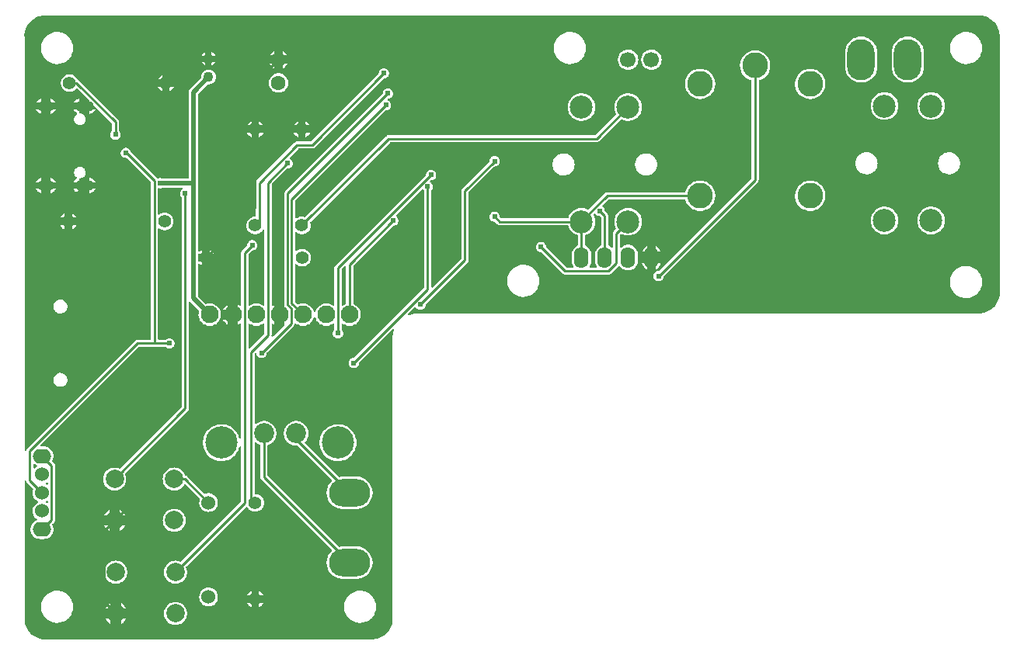
<source format=gbl>
G04 Layer: BottomLayer*
G04 EasyEDA v6.5.22, 2022-12-04 20:31:14*
G04 182cb613c9664d73b7f9de34f776aa3b,1ae14fa7f5aa486887b2aa5280da83c0,10*
G04 Gerber Generator version 0.2*
G04 Scale: 100 percent, Rotated: No, Reflected: No *
G04 Dimensions in millimeters *
G04 leading zeros omitted , absolute positions ,4 integer and 5 decimal *
%FSLAX45Y45*%
%MOMM*%

%ADD10C,0.5000*%
%ADD11C,0.2540*%
%ADD12O,2.999994X4.499991*%
%ADD13C,1.7000*%
%ADD14C,1.4000*%
%ADD15O,1.6002X2.286*%
%ADD16C,1.5240*%
%ADD17O,1.9999959999999999X1.5999968*%
%ADD18O,4.499991X2.999994*%
%ADD19C,1.6000*%
%ADD20C,1.1000*%
%ADD21C,2.0000*%
%ADD22C,3.5159*%
%ADD23C,2.1844*%
%ADD24C,1.9304*%
%ADD25C,2.7940*%
%ADD26O,1.7999964X1.1999976*%
%ADD27O,1.9999959999999999X1.1999976*%
%ADD28C,2.5000*%
%ADD29C,0.6100*%
%ADD30C,0.0128*%

%LPD*%
G36*
X3997756Y6205474D02*
G01*
X3994099Y6206439D01*
X3991051Y6208674D01*
X3989019Y6211874D01*
X3988308Y6215634D01*
X3988308Y6596430D01*
X3989070Y6600342D01*
X3991305Y6603644D01*
X4020769Y6633108D01*
X4024071Y6635292D01*
X4027932Y6636054D01*
X4031843Y6635292D01*
X4035145Y6633108D01*
X4037329Y6629806D01*
X4038092Y6625894D01*
X4038092Y6231940D01*
X4037380Y6228181D01*
X4035298Y6224930D01*
X4032199Y6222695D01*
X4018787Y6216548D01*
X4001515Y6205931D01*
G37*

%LPD*%
G36*
X2982518Y5736793D02*
G01*
X2978607Y5737555D01*
X2975305Y5739790D01*
X2973120Y5743092D01*
X2972358Y5746953D01*
X2972358Y6001918D01*
X2973273Y6006236D01*
X2975965Y6009690D01*
X2979877Y6011722D01*
X2984296Y6011926D01*
X2988360Y6010198D01*
X2996234Y6004610D01*
X3009544Y5997498D01*
X3023616Y5992063D01*
X3038195Y5988354D01*
X3053181Y5986526D01*
X3068218Y5986526D01*
X3083204Y5988354D01*
X3097784Y5992063D01*
X3111855Y5997498D01*
X3125165Y6004610D01*
X3133039Y6010198D01*
X3137103Y6011926D01*
X3141522Y6011773D01*
X3145434Y6009741D01*
X3148126Y6006236D01*
X3149092Y6001918D01*
X3149092Y5903366D01*
X3148279Y5899505D01*
X3146094Y5896203D01*
X2989681Y5739790D01*
X2986379Y5737555D01*
G37*

%LPD*%
G36*
X640537Y4430268D02*
G01*
X636625Y4431030D01*
X633272Y4433214D01*
X631088Y4436516D01*
X630275Y4440428D01*
X630275Y4468723D01*
X631190Y4472940D01*
X633831Y4476445D01*
X637692Y4478477D01*
X642010Y4478731D01*
X646074Y4477156D01*
X650951Y4473905D01*
X663549Y4467707D01*
X667258Y4465472D01*
X669696Y4461916D01*
X670407Y4457649D01*
X669340Y4453483D01*
X666597Y4450130D01*
X655421Y4441291D01*
X647750Y4433366D01*
X644448Y4431080D01*
G37*

%LPD*%
G36*
X779272Y4252214D02*
G01*
X775258Y4253585D01*
X769467Y4256989D01*
X766318Y4259935D01*
X764641Y4263898D01*
X764794Y4268216D01*
X766724Y4272076D01*
X770077Y4274820D01*
X775817Y4277715D01*
X779830Y4278782D01*
X783894Y4278223D01*
X787400Y4276039D01*
X789736Y4272686D01*
X790600Y4268673D01*
X790600Y4262323D01*
X789686Y4258157D01*
X787196Y4254754D01*
X783488Y4252620D01*
G37*

%LPD*%
G36*
X779272Y4052214D02*
G01*
X775258Y4053586D01*
X769467Y4056989D01*
X766318Y4059936D01*
X764641Y4063898D01*
X764794Y4068216D01*
X766724Y4072077D01*
X770077Y4074820D01*
X775817Y4077715D01*
X779830Y4078782D01*
X783894Y4078224D01*
X787400Y4076039D01*
X789736Y4072686D01*
X790600Y4068673D01*
X790600Y4062323D01*
X789686Y4058158D01*
X787196Y4054754D01*
X783488Y4052620D01*
G37*

%LPD*%
G36*
X754430Y2565044D02*
G01*
X742848Y2565603D01*
X722985Y2568244D01*
X703478Y2572613D01*
X684428Y2578658D01*
X665937Y2586380D01*
X648208Y2595626D01*
X631393Y2606395D01*
X615543Y2618638D01*
X600811Y2632151D01*
X587298Y2646934D01*
X575157Y2662834D01*
X564438Y2679700D01*
X555244Y2697480D01*
X547624Y2715971D01*
X541629Y2735072D01*
X537362Y2754630D01*
X534771Y2774442D01*
X533908Y2794762D01*
X533908Y4287570D01*
X534720Y4291584D01*
X537108Y4294936D01*
X540562Y4297121D01*
X544626Y4297730D01*
X548589Y4296664D01*
X551840Y4294124D01*
X553770Y4290517D01*
X556056Y4283049D01*
X559612Y4276394D01*
X564743Y4270197D01*
X625246Y4209643D01*
X627430Y4206443D01*
X628243Y4202633D01*
X627532Y4198823D01*
X626414Y4195826D01*
X623214Y4182567D01*
X621893Y4169003D01*
X622350Y4155389D01*
X624586Y4141927D01*
X628650Y4128922D01*
X634390Y4116527D01*
X641705Y4105046D01*
X650494Y4094632D01*
X660654Y4085488D01*
X671880Y4077766D01*
X677722Y4074820D01*
X681075Y4072077D01*
X683006Y4068216D01*
X683158Y4063898D01*
X681482Y4059936D01*
X678332Y4056989D01*
X666140Y4049776D01*
X655421Y4041292D01*
X645922Y4031487D01*
X637844Y4020515D01*
X631291Y4008577D01*
X626414Y3995826D01*
X623214Y3982567D01*
X621893Y3969004D01*
X622350Y3955389D01*
X624586Y3941927D01*
X628650Y3928922D01*
X634390Y3916527D01*
X641705Y3905046D01*
X650494Y3894632D01*
X660654Y3885488D01*
X666343Y3881577D01*
X669340Y3878326D01*
X670712Y3874058D01*
X670102Y3869639D01*
X667664Y3865930D01*
X663397Y3863441D01*
X650951Y3857294D01*
X639419Y3849624D01*
X629005Y3840479D01*
X619912Y3830065D01*
X612190Y3818534D01*
X606094Y3806139D01*
X601624Y3792982D01*
X598932Y3779418D01*
X598017Y3765600D01*
X598932Y3751783D01*
X601624Y3738168D01*
X606094Y3725062D01*
X612190Y3712667D01*
X619912Y3701135D01*
X629005Y3690721D01*
X639419Y3681577D01*
X650951Y3673906D01*
X663397Y3667760D01*
X676503Y3663340D01*
X690067Y3660597D01*
X704240Y3659682D01*
X743559Y3659682D01*
X757732Y3660597D01*
X771296Y3663340D01*
X784402Y3667760D01*
X796848Y3673906D01*
X808380Y3681577D01*
X818794Y3690721D01*
X827887Y3701135D01*
X835609Y3712667D01*
X841705Y3725062D01*
X846175Y3738168D01*
X848868Y3751783D01*
X849782Y3765600D01*
X848868Y3779418D01*
X846175Y3792982D01*
X841705Y3806139D01*
X837437Y3814775D01*
X836421Y3818839D01*
X837082Y3822954D01*
X839368Y3826459D01*
X856132Y3843223D01*
X861263Y3849471D01*
X864819Y3856126D01*
X867003Y3863340D01*
X867816Y3871366D01*
X867816Y4459833D01*
X867003Y4467809D01*
X864819Y4475073D01*
X861263Y4481728D01*
X856132Y4487976D01*
X839368Y4504740D01*
X837082Y4508246D01*
X836421Y4512360D01*
X837437Y4516424D01*
X841705Y4525060D01*
X846175Y4538218D01*
X848868Y4551781D01*
X849782Y4565599D01*
X848868Y4579416D01*
X846175Y4592980D01*
X841705Y4606137D01*
X835609Y4618532D01*
X827887Y4630064D01*
X818794Y4640478D01*
X808380Y4649622D01*
X796848Y4657293D01*
X784402Y4663440D01*
X771296Y4667859D01*
X757732Y4670602D01*
X743559Y4671517D01*
X720394Y4671517D01*
X716534Y4672279D01*
X713232Y4674463D01*
X710996Y4677765D01*
X710234Y4681677D01*
X710996Y4685538D01*
X713232Y4688840D01*
X1778355Y5754014D01*
X1781657Y5756198D01*
X1785569Y5756960D01*
X2068068Y5756960D01*
X2071979Y5756198D01*
X2075230Y5754014D01*
X2076856Y5752388D01*
X2084882Y5746750D01*
X2093823Y5742635D01*
X2103272Y5740095D01*
X2113076Y5739231D01*
X2122881Y5740095D01*
X2132380Y5742635D01*
X2141270Y5746750D01*
X2149297Y5752388D01*
X2156256Y5759348D01*
X2161895Y5767425D01*
X2166061Y5776315D01*
X2168601Y5785815D01*
X2169464Y5795568D01*
X2168601Y5805373D01*
X2166061Y5814872D01*
X2161895Y5823762D01*
X2156256Y5831840D01*
X2149297Y5838748D01*
X2141270Y5844387D01*
X2132380Y5848553D01*
X2122881Y5851093D01*
X2113076Y5851956D01*
X2103272Y5851093D01*
X2093823Y5848553D01*
X2084882Y5844387D01*
X2076856Y5838748D01*
X2075230Y5837174D01*
X2071979Y5834989D01*
X2068068Y5834176D01*
X1998116Y5834176D01*
X1994255Y5834989D01*
X1990953Y5837174D01*
X1988718Y5840476D01*
X1987956Y5844336D01*
X1987956Y7040016D01*
X1988667Y7043724D01*
X1990699Y7046925D01*
X1993747Y7049160D01*
X1997405Y7050125D01*
X2001215Y7049668D01*
X2004517Y7047890D01*
X2006396Y7046366D01*
X2017572Y7039559D01*
X2029612Y7034326D01*
X2042210Y7030821D01*
X2055164Y7029043D01*
X2068220Y7029043D01*
X2081225Y7030821D01*
X2093823Y7034326D01*
X2105812Y7039559D01*
X2116988Y7046366D01*
X2127148Y7054646D01*
X2136089Y7064197D01*
X2143607Y7074865D01*
X2149652Y7086498D01*
X2154021Y7098842D01*
X2156714Y7111644D01*
X2157577Y7124700D01*
X2156714Y7137755D01*
X2154021Y7150557D01*
X2149652Y7162901D01*
X2143607Y7174534D01*
X2136089Y7185202D01*
X2127148Y7194753D01*
X2116988Y7203033D01*
X2105812Y7209840D01*
X2093823Y7215022D01*
X2081225Y7218578D01*
X2068220Y7220356D01*
X2055164Y7220356D01*
X2042210Y7218578D01*
X2029612Y7215022D01*
X2017572Y7209840D01*
X2006396Y7203033D01*
X2004517Y7201509D01*
X2001215Y7199731D01*
X1997405Y7199274D01*
X1993747Y7200239D01*
X1990699Y7202474D01*
X1988667Y7205675D01*
X1987956Y7209383D01*
X1987956Y7477861D01*
X1988616Y7481468D01*
X1990547Y7484618D01*
X1993493Y7486903D01*
X1997049Y7487920D01*
X2000757Y7487666D01*
X2002637Y7487158D01*
X2012442Y7486294D01*
X2022246Y7487158D01*
X2031746Y7489698D01*
X2034286Y7490866D01*
X2038553Y7491831D01*
X2245766Y7492492D01*
X2249932Y7491628D01*
X2253386Y7489088D01*
X2255520Y7485380D01*
X2255926Y7481163D01*
X2254554Y7477099D01*
X2251659Y7474000D01*
X2249779Y7472680D01*
X2242820Y7465720D01*
X2237181Y7457694D01*
X2233015Y7448803D01*
X2230475Y7439304D01*
X2229612Y7429500D01*
X2230475Y7419695D01*
X2233015Y7410196D01*
X2237181Y7401306D01*
X2242820Y7393279D01*
X2244394Y7391653D01*
X2246630Y7388352D01*
X2247392Y7384491D01*
X2247392Y5104079D01*
X2246630Y5100218D01*
X2244394Y5096916D01*
X1578864Y4431334D01*
X1575460Y4429099D01*
X1571447Y4428337D01*
X1567484Y4429252D01*
X1561134Y4432096D01*
X1546656Y4436618D01*
X1531670Y4439361D01*
X1516532Y4440275D01*
X1501343Y4439361D01*
X1486357Y4436618D01*
X1471879Y4432096D01*
X1458010Y4425848D01*
X1445006Y4417974D01*
X1433017Y4408627D01*
X1422298Y4397857D01*
X1412900Y4385919D01*
X1405026Y4372914D01*
X1398778Y4359046D01*
X1394256Y4344517D01*
X1391513Y4329582D01*
X1390599Y4314393D01*
X1391513Y4299204D01*
X1394256Y4284268D01*
X1398778Y4269740D01*
X1405026Y4255871D01*
X1412900Y4242866D01*
X1422298Y4230928D01*
X1433017Y4220159D01*
X1445006Y4210812D01*
X1458010Y4202938D01*
X1471879Y4196689D01*
X1486357Y4192168D01*
X1501343Y4189425D01*
X1516532Y4188510D01*
X1531670Y4189425D01*
X1546656Y4192168D01*
X1561134Y4196689D01*
X1575003Y4202938D01*
X1588008Y4210812D01*
X1599996Y4220159D01*
X1610715Y4230928D01*
X1620113Y4242866D01*
X1627987Y4255871D01*
X1634236Y4269740D01*
X1638757Y4284268D01*
X1641500Y4299204D01*
X1642414Y4314393D01*
X1641500Y4329582D01*
X1638757Y4344517D01*
X1634236Y4359046D01*
X1631340Y4365396D01*
X1630476Y4369358D01*
X1631188Y4373321D01*
X1633423Y4376724D01*
X2312924Y5056225D01*
X2318054Y5062474D01*
X2321610Y5069128D01*
X2323795Y5076342D01*
X2324608Y5084368D01*
X2324608Y6240272D01*
X2325370Y6244132D01*
X2327605Y6247434D01*
X2330856Y6249670D01*
X2334768Y6250432D01*
X2338679Y6249670D01*
X2341930Y6247434D01*
X2433624Y6155740D01*
X2435707Y6152845D01*
X2436571Y6149340D01*
X2436215Y6145784D01*
X2433116Y6134862D01*
X2430830Y6119977D01*
X2430373Y6104940D01*
X2431745Y6089904D01*
X2434945Y6075222D01*
X2439974Y6060998D01*
X2446680Y6047486D01*
X2455011Y6034938D01*
X2464816Y6023508D01*
X2475941Y6013348D01*
X2488234Y6004610D01*
X2501544Y5997498D01*
X2515616Y5992063D01*
X2530195Y5988354D01*
X2545181Y5986526D01*
X2560218Y5986526D01*
X2575204Y5988354D01*
X2589784Y5992063D01*
X2603855Y5997498D01*
X2617165Y6004610D01*
X2629458Y6013348D01*
X2640584Y6023508D01*
X2650388Y6034938D01*
X2658719Y6047486D01*
X2665425Y6060998D01*
X2670454Y6075222D01*
X2673654Y6089904D01*
X2675026Y6104940D01*
X2674569Y6119977D01*
X2672283Y6134862D01*
X2668168Y6149390D01*
X2662275Y6163259D01*
X2654757Y6176314D01*
X2645664Y6188354D01*
X2635148Y6199174D01*
X2623413Y6208623D01*
X2610612Y6216548D01*
X2596896Y6222847D01*
X2582570Y6227419D01*
X2567736Y6230162D01*
X2552700Y6231128D01*
X2537663Y6230162D01*
X2522829Y6227419D01*
X2515920Y6225235D01*
X2512314Y6224778D01*
X2508707Y6225641D01*
X2505659Y6227724D01*
X2428798Y6304635D01*
X2426563Y6307886D01*
X2425801Y6311798D01*
X2425801Y6655562D01*
X2426614Y6659473D01*
X2428849Y6662826D01*
X2432253Y6665010D01*
X2436215Y6665722D01*
X2440127Y6664807D01*
X2443378Y6662470D01*
X2444851Y6660946D01*
X2455011Y6652666D01*
X2466187Y6645859D01*
X2468930Y6644690D01*
X2468930Y6689648D01*
X2435961Y6689648D01*
X2432100Y6690410D01*
X2428798Y6692646D01*
X2426563Y6695897D01*
X2425801Y6699808D01*
X2425801Y6762191D01*
X2426563Y6766102D01*
X2428798Y6769353D01*
X2432100Y6771589D01*
X2435961Y6772351D01*
X2468930Y6772351D01*
X2468930Y6817309D01*
X2466187Y6816140D01*
X2455011Y6809333D01*
X2444851Y6801053D01*
X2443378Y6799529D01*
X2440127Y6797192D01*
X2436215Y6796278D01*
X2432253Y6796989D01*
X2428849Y6799173D01*
X2426614Y6802526D01*
X2425801Y6806438D01*
X2425801Y8510625D01*
X2426563Y8514537D01*
X2428798Y8517788D01*
X2528417Y8617458D01*
X2531719Y8619642D01*
X2535631Y8620455D01*
X2545892Y8620455D01*
X2557576Y8622131D01*
X2568905Y8625535D01*
X2579573Y8630564D01*
X2589428Y8637066D01*
X2598216Y8644940D01*
X2605786Y8654034D01*
X2611932Y8664143D01*
X2616555Y8674963D01*
X2619552Y8686393D01*
X2620822Y8698128D01*
X2620416Y8709964D01*
X2618232Y8721547D01*
X2614422Y8732723D01*
X2609037Y8743238D01*
X2602179Y8752840D01*
X2593949Y8761323D01*
X2584602Y8768537D01*
X2574340Y8774328D01*
X2563317Y8778544D01*
X2551785Y8781135D01*
X2540000Y8781999D01*
X2528214Y8781135D01*
X2516682Y8778544D01*
X2505659Y8774328D01*
X2495397Y8768537D01*
X2486050Y8761323D01*
X2477820Y8752840D01*
X2470962Y8743238D01*
X2465578Y8732723D01*
X2461768Y8721547D01*
X2459583Y8709964D01*
X2459228Y8697620D01*
X2458720Y8693150D01*
X2456332Y8689340D01*
X2339035Y8572093D01*
X2335885Y8568639D01*
X2333193Y8565134D01*
X2330805Y8561374D01*
X2328773Y8557412D01*
X2327046Y8553348D01*
X2325725Y8549081D01*
X2324760Y8544763D01*
X2324201Y8540343D01*
X2323998Y8535720D01*
X2323998Y7604658D01*
X2323236Y7600797D01*
X2321052Y7597495D01*
X2317750Y7595311D01*
X2313889Y7594498D01*
X2038248Y7593634D01*
X2033930Y7594600D01*
X2031746Y7595616D01*
X2022246Y7598156D01*
X2012442Y7599019D01*
X2002637Y7598156D01*
X1993188Y7595616D01*
X1989328Y7593838D01*
X1985010Y7592872D01*
X1980692Y7593888D01*
X1977186Y7596581D01*
X1976323Y7597698D01*
X1696770Y7877200D01*
X1694738Y7880096D01*
X1691284Y7893303D01*
X1687118Y7902194D01*
X1681480Y7910220D01*
X1674520Y7917180D01*
X1666493Y7922818D01*
X1657604Y7926984D01*
X1648104Y7929524D01*
X1638300Y7930388D01*
X1628495Y7929524D01*
X1618996Y7926984D01*
X1610106Y7922818D01*
X1602079Y7917180D01*
X1595120Y7910220D01*
X1589481Y7902194D01*
X1585315Y7893303D01*
X1582775Y7883804D01*
X1581912Y7874000D01*
X1582775Y7864195D01*
X1585315Y7854696D01*
X1589481Y7845806D01*
X1595120Y7837779D01*
X1602079Y7830820D01*
X1610106Y7825181D01*
X1618996Y7821015D01*
X1628495Y7818475D01*
X1638300Y7817612D01*
X1641703Y7817916D01*
X1646072Y7817358D01*
X1649780Y7814970D01*
X1907743Y7557008D01*
X1909978Y7553706D01*
X1910740Y7549845D01*
X1910740Y5844336D01*
X1909978Y5840476D01*
X1907743Y5837174D01*
X1904492Y5834989D01*
X1900580Y5834176D01*
X1765858Y5834176D01*
X1757832Y5833414D01*
X1750618Y5831230D01*
X1743913Y5827674D01*
X1737715Y5822543D01*
X564743Y4649571D01*
X559612Y4643323D01*
X556056Y4636668D01*
X553770Y4629200D01*
X551840Y4625594D01*
X548589Y4623054D01*
X544626Y4622038D01*
X540562Y4622647D01*
X537108Y4624781D01*
X534720Y4628134D01*
X533908Y4632147D01*
X533908Y9143390D01*
X532993Y9151924D01*
X533603Y9164421D01*
X536244Y9184233D01*
X540613Y9203791D01*
X546658Y9222841D01*
X554380Y9241332D01*
X563626Y9259062D01*
X574395Y9275876D01*
X586638Y9291726D01*
X600151Y9306458D01*
X614934Y9319971D01*
X630834Y9332112D01*
X647750Y9342831D01*
X665480Y9352026D01*
X683971Y9359646D01*
X703072Y9365640D01*
X722630Y9369907D01*
X742442Y9372498D01*
X754075Y9373006D01*
X762609Y9372092D01*
X10934090Y9372092D01*
X10942269Y9372955D01*
X10953851Y9372396D01*
X10973714Y9369755D01*
X10993221Y9365386D01*
X11012271Y9359341D01*
X11030762Y9351619D01*
X11048492Y9342374D01*
X11065306Y9331604D01*
X11081156Y9319361D01*
X11095888Y9305848D01*
X11109401Y9291066D01*
X11121542Y9275165D01*
X11132261Y9258249D01*
X11141456Y9240520D01*
X11149076Y9222028D01*
X11155070Y9202928D01*
X11159337Y9183370D01*
X11161928Y9163558D01*
X11162792Y9143238D01*
X11162792Y6350609D01*
X11163655Y6342430D01*
X11163096Y6330848D01*
X11160455Y6310985D01*
X11156086Y6291478D01*
X11150041Y6272428D01*
X11142319Y6253937D01*
X11133074Y6236208D01*
X11122304Y6219393D01*
X11110061Y6203543D01*
X11096548Y6188811D01*
X11081766Y6175298D01*
X11065865Y6163157D01*
X11049000Y6152438D01*
X11031220Y6143244D01*
X11012728Y6135624D01*
X10993628Y6129629D01*
X10974070Y6125362D01*
X10954258Y6122771D01*
X10933938Y6121908D01*
X4826203Y6123178D01*
X4800193Y6121958D01*
X4775911Y6118656D01*
X4751984Y6113221D01*
X4731156Y6106668D01*
X4726889Y6105042D01*
X4723028Y6104331D01*
X4719167Y6105194D01*
X4715967Y6107430D01*
X4713833Y6110732D01*
X4713071Y6114592D01*
X4713884Y6118453D01*
X4716068Y6121704D01*
X4784394Y6190030D01*
X4788103Y6192418D01*
X4792472Y6192977D01*
X4796688Y6191656D01*
X4799939Y6188710D01*
X4805070Y6181394D01*
X4811979Y6174435D01*
X4820056Y6168796D01*
X4828946Y6164630D01*
X4838446Y6162090D01*
X4848250Y6161227D01*
X4858004Y6162090D01*
X4867503Y6164630D01*
X4876393Y6168796D01*
X4884470Y6174435D01*
X4891430Y6181394D01*
X4897069Y6189421D01*
X4901184Y6198311D01*
X4903724Y6207810D01*
X4904435Y6215888D01*
X4905349Y6219291D01*
X4907381Y6222187D01*
X5360873Y6675678D01*
X5366004Y6681876D01*
X5369560Y6688531D01*
X5371744Y6695795D01*
X5372557Y6703822D01*
X5372557Y7439050D01*
X5373319Y7442911D01*
X5375503Y7446213D01*
X5653430Y7724140D01*
X5656326Y7726172D01*
X5659729Y7727086D01*
X5667806Y7727797D01*
X5677306Y7730337D01*
X5686196Y7734503D01*
X5694222Y7740142D01*
X5701182Y7747101D01*
X5706821Y7755128D01*
X5710986Y7764018D01*
X5713526Y7773517D01*
X5714390Y7783322D01*
X5713526Y7793126D01*
X5710986Y7802575D01*
X5706821Y7811516D01*
X5701182Y7819542D01*
X5694222Y7826502D01*
X5686196Y7832140D01*
X5677306Y7836306D01*
X5667806Y7838846D01*
X5658002Y7839709D01*
X5648198Y7838846D01*
X5638749Y7836306D01*
X5629808Y7832140D01*
X5621782Y7826502D01*
X5614822Y7819542D01*
X5609183Y7811516D01*
X5605018Y7802575D01*
X5602478Y7793126D01*
X5601766Y7785049D01*
X5600852Y7781645D01*
X5598871Y7778750D01*
X5306974Y7486903D01*
X5301843Y7480655D01*
X5298287Y7474000D01*
X5296103Y7466736D01*
X5295341Y7458760D01*
X5295341Y6723532D01*
X5294528Y6719620D01*
X5292344Y6716318D01*
X4982210Y6406184D01*
X4978908Y6404000D01*
X4975047Y6403238D01*
X4971135Y6404000D01*
X4967833Y6406184D01*
X4965649Y6409486D01*
X4964887Y6413398D01*
X4964887Y7459421D01*
X4965649Y7463281D01*
X4967833Y7466584D01*
X4969459Y7468209D01*
X4975098Y7476236D01*
X4979212Y7485125D01*
X4981752Y7494625D01*
X4982616Y7504430D01*
X4981752Y7514234D01*
X4979212Y7523683D01*
X4975098Y7532624D01*
X4969459Y7540650D01*
X4962499Y7547609D01*
X4956403Y7551877D01*
X4953406Y7555128D01*
X4952085Y7559294D01*
X4952695Y7563662D01*
X4955032Y7567371D01*
X4959908Y7572248D01*
X4962804Y7574280D01*
X4966208Y7575194D01*
X4974285Y7575905D01*
X4983784Y7578445D01*
X4992674Y7582611D01*
X5000701Y7588250D01*
X5007660Y7595209D01*
X5013299Y7603236D01*
X5017465Y7612125D01*
X5020005Y7621625D01*
X5020868Y7631430D01*
X5020005Y7641234D01*
X5017465Y7650683D01*
X5013299Y7659624D01*
X5007660Y7667650D01*
X5000701Y7674609D01*
X4992674Y7680248D01*
X4983784Y7684414D01*
X4974285Y7686954D01*
X4964480Y7687818D01*
X4954676Y7686954D01*
X4945227Y7684414D01*
X4936286Y7680248D01*
X4928260Y7674609D01*
X4921300Y7667650D01*
X4915662Y7659624D01*
X4911496Y7650683D01*
X4908956Y7641234D01*
X4908245Y7633157D01*
X4907330Y7629753D01*
X4905349Y7626858D01*
X3922776Y6644284D01*
X3917645Y6638036D01*
X3914089Y6631381D01*
X3911904Y6624167D01*
X3911092Y6616141D01*
X3911092Y6215634D01*
X3910380Y6211874D01*
X3908348Y6208674D01*
X3905300Y6206439D01*
X3901643Y6205474D01*
X3897884Y6205931D01*
X3880612Y6216548D01*
X3866896Y6222847D01*
X3852570Y6227419D01*
X3837736Y6230162D01*
X3822700Y6231128D01*
X3807663Y6230162D01*
X3792829Y6227419D01*
X3778504Y6222847D01*
X3764787Y6216548D01*
X3751986Y6208623D01*
X3740251Y6199174D01*
X3729736Y6188354D01*
X3720642Y6176314D01*
X3713124Y6163259D01*
X3707231Y6149390D01*
X3705453Y6143142D01*
X3703421Y6139281D01*
X3699967Y6136690D01*
X3695700Y6135776D01*
X3691432Y6136690D01*
X3687978Y6139281D01*
X3685946Y6143142D01*
X3684168Y6149390D01*
X3678275Y6163259D01*
X3670757Y6176314D01*
X3661664Y6188354D01*
X3651148Y6199174D01*
X3639413Y6208623D01*
X3626612Y6216548D01*
X3612896Y6222847D01*
X3598570Y6227419D01*
X3583736Y6230162D01*
X3568700Y6231128D01*
X3553663Y6230162D01*
X3538829Y6227419D01*
X3524504Y6222847D01*
X3520389Y6220968D01*
X3516426Y6220053D01*
X3512413Y6220764D01*
X3508959Y6223000D01*
X3485845Y6246164D01*
X3483610Y6249466D01*
X3482848Y6253378D01*
X3482848Y6649313D01*
X3483559Y6653072D01*
X3485591Y6656273D01*
X3488639Y6658508D01*
X3492296Y6659473D01*
X3496106Y6659016D01*
X3499408Y6657187D01*
X3504996Y6652666D01*
X3516172Y6645859D01*
X3528212Y6640626D01*
X3540810Y6637121D01*
X3553764Y6635343D01*
X3566820Y6635343D01*
X3579825Y6637121D01*
X3592423Y6640626D01*
X3604412Y6645859D01*
X3615588Y6652666D01*
X3625748Y6660946D01*
X3634689Y6670497D01*
X3642207Y6681165D01*
X3648252Y6692798D01*
X3652621Y6705142D01*
X3655314Y6717944D01*
X3656177Y6731000D01*
X3655314Y6744055D01*
X3652621Y6756857D01*
X3648252Y6769201D01*
X3642207Y6780834D01*
X3634689Y6791502D01*
X3625748Y6801053D01*
X3615588Y6809333D01*
X3604412Y6816140D01*
X3592423Y6821322D01*
X3579825Y6824878D01*
X3566820Y6826656D01*
X3553764Y6826656D01*
X3540810Y6824878D01*
X3528212Y6821322D01*
X3516172Y6816140D01*
X3504996Y6809333D01*
X3499408Y6804812D01*
X3496106Y6802983D01*
X3492296Y6802526D01*
X3488639Y6803491D01*
X3485591Y6805726D01*
X3483559Y6808927D01*
X3482848Y6812686D01*
X3482848Y6997242D01*
X3483813Y7001509D01*
X3486505Y7005015D01*
X3490417Y7007047D01*
X3494786Y7007250D01*
X3498850Y7005523D01*
X3506165Y7000392D01*
X3517798Y6994347D01*
X3530142Y6989978D01*
X3542944Y6987286D01*
X3556000Y6986422D01*
X3569055Y6987286D01*
X3581857Y6989978D01*
X3594201Y6994347D01*
X3605834Y7000392D01*
X3616502Y7007910D01*
X3626053Y7016851D01*
X3634333Y7027011D01*
X3641140Y7038187D01*
X3646373Y7050176D01*
X3649878Y7062774D01*
X3651656Y7075779D01*
X3651656Y7088835D01*
X3649878Y7101789D01*
X3647135Y7111542D01*
X3646830Y7115098D01*
X3647694Y7118502D01*
X3649776Y7121448D01*
X4514342Y7986014D01*
X4517644Y7988249D01*
X4521504Y7989011D01*
X6767220Y7989011D01*
X6775246Y7989773D01*
X6782511Y7992008D01*
X6789166Y7995564D01*
X6795363Y8000644D01*
X7031024Y8236305D01*
X7034631Y8238642D01*
X7038949Y8239252D01*
X7043115Y8237981D01*
X7046620Y8236051D01*
X7062266Y8229549D01*
X7078522Y8224875D01*
X7095185Y8222030D01*
X7112101Y8221116D01*
X7129018Y8222030D01*
X7145680Y8224875D01*
X7161936Y8229549D01*
X7177582Y8236051D01*
X7192365Y8244230D01*
X7206183Y8254034D01*
X7218781Y8265312D01*
X7230059Y8277910D01*
X7239863Y8291728D01*
X7248042Y8306511D01*
X7254544Y8322157D01*
X7259218Y8338413D01*
X7262063Y8355075D01*
X7262977Y8371992D01*
X7262063Y8388908D01*
X7259218Y8405571D01*
X7254544Y8421827D01*
X7248042Y8437473D01*
X7239863Y8452256D01*
X7230059Y8466074D01*
X7218781Y8478672D01*
X7206183Y8489950D01*
X7192365Y8499754D01*
X7177582Y8507933D01*
X7161936Y8514435D01*
X7145680Y8519109D01*
X7129018Y8521954D01*
X7112101Y8522868D01*
X7095185Y8521954D01*
X7078522Y8519109D01*
X7062266Y8514435D01*
X7046620Y8507933D01*
X7031837Y8499754D01*
X7018020Y8489950D01*
X7005421Y8478672D01*
X6994144Y8466074D01*
X6984339Y8452256D01*
X6976160Y8437473D01*
X6969658Y8421827D01*
X6964984Y8405571D01*
X6962140Y8388908D01*
X6961225Y8371992D01*
X6962140Y8355075D01*
X6964984Y8338413D01*
X6969658Y8322157D01*
X6976160Y8306511D01*
X6978091Y8303006D01*
X6979361Y8298840D01*
X6978751Y8294522D01*
X6976414Y8290864D01*
X6754723Y8069173D01*
X6751421Y8066989D01*
X6747509Y8066227D01*
X4501794Y8066227D01*
X4493818Y8065414D01*
X4486554Y8063230D01*
X4479899Y8059674D01*
X4473651Y8054543D01*
X3595166Y7176058D01*
X3592017Y7173925D01*
X3588308Y7173061D01*
X3584549Y7173671D01*
X3581857Y7174636D01*
X3569055Y7177278D01*
X3556000Y7178192D01*
X3542944Y7177278D01*
X3530142Y7174636D01*
X3517798Y7170267D01*
X3506165Y7164222D01*
X3498850Y7159091D01*
X3494786Y7157364D01*
X3490417Y7157567D01*
X3486505Y7159548D01*
X3483813Y7163053D01*
X3482848Y7167372D01*
X3482848Y7345476D01*
X3483610Y7349337D01*
X3485845Y7352639D01*
X4467453Y8334248D01*
X4470349Y8336280D01*
X4473752Y8337194D01*
X4481779Y8337905D01*
X4491278Y8340445D01*
X4500168Y8344611D01*
X4508246Y8350250D01*
X4515205Y8357209D01*
X4520844Y8365236D01*
X4524959Y8374125D01*
X4527499Y8383625D01*
X4528362Y8393430D01*
X4527499Y8403234D01*
X4524959Y8412683D01*
X4520844Y8421624D01*
X4515205Y8429650D01*
X4508246Y8436610D01*
X4500168Y8442248D01*
X4494174Y8445042D01*
X4490669Y8447735D01*
X4488637Y8451646D01*
X4488434Y8456015D01*
X4490110Y8460079D01*
X4493361Y8463076D01*
X4497578Y8464397D01*
X4503572Y8464905D01*
X4513072Y8467445D01*
X4521962Y8471611D01*
X4530039Y8477250D01*
X4536998Y8484209D01*
X4542637Y8492236D01*
X4546752Y8501126D01*
X4549292Y8510625D01*
X4550156Y8520430D01*
X4549292Y8530234D01*
X4546752Y8539683D01*
X4542637Y8548624D01*
X4536998Y8556650D01*
X4530039Y8563610D01*
X4521962Y8569248D01*
X4513072Y8573414D01*
X4503572Y8575954D01*
X4493818Y8576818D01*
X4484014Y8575954D01*
X4474514Y8573414D01*
X4465624Y8569248D01*
X4457547Y8563610D01*
X4450638Y8556650D01*
X4445000Y8548624D01*
X4440834Y8539683D01*
X4438294Y8530234D01*
X4437583Y8522157D01*
X4436668Y8518753D01*
X4434636Y8515858D01*
X3376523Y7457744D01*
X3371392Y7451496D01*
X3367836Y7444841D01*
X3365652Y7437577D01*
X3364839Y7429601D01*
X3364839Y6216751D01*
X3365652Y6208725D01*
X3369005Y6198666D01*
X3369310Y6196177D01*
X3369310Y6163310D01*
X3390544Y6163310D01*
X3394456Y6162548D01*
X3397758Y6160312D01*
X3399942Y6157061D01*
X3400704Y6153150D01*
X3400704Y6064250D01*
X3399942Y6060338D01*
X3397758Y6057087D01*
X3394456Y6054852D01*
X3390544Y6054090D01*
X3369310Y6054090D01*
X3369310Y6003036D01*
X3368548Y5999124D01*
X3366312Y5995873D01*
X3243326Y5872835D01*
X3239871Y5870549D01*
X3235807Y5869889D01*
X3231794Y5870854D01*
X3228492Y5873343D01*
X3226460Y5876899D01*
X3226003Y5881014D01*
X3226308Y5883656D01*
X3226308Y6001969D01*
X3227222Y6006236D01*
X3229914Y6009741D01*
X3233826Y6011773D01*
X3238246Y6011976D01*
X3242310Y6010249D01*
X3250234Y6004610D01*
X3260090Y5999327D01*
X3260090Y6054090D01*
X3236468Y6054090D01*
X3232556Y6054852D01*
X3229254Y6057087D01*
X3227070Y6060338D01*
X3226308Y6064250D01*
X3226308Y6153150D01*
X3227070Y6157061D01*
X3229254Y6160312D01*
X3232556Y6162548D01*
X3236468Y6163310D01*
X3260090Y6163310D01*
X3260090Y6218072D01*
X3256788Y6216548D01*
X3239465Y6205880D01*
X3235706Y6205474D01*
X3232048Y6206439D01*
X3229000Y6208674D01*
X3226968Y6211874D01*
X3226308Y6215583D01*
X3226308Y7526426D01*
X3227070Y7530338D01*
X3229254Y7533640D01*
X3394913Y7699248D01*
X3397808Y7701280D01*
X3401212Y7702194D01*
X3409238Y7702905D01*
X3418738Y7705445D01*
X3427628Y7709611D01*
X3435705Y7715250D01*
X3442665Y7722209D01*
X3448304Y7730236D01*
X3452418Y7739125D01*
X3454958Y7748625D01*
X3455822Y7758430D01*
X3454958Y7768234D01*
X3452418Y7777683D01*
X3448304Y7786624D01*
X3442665Y7794650D01*
X3435705Y7801609D01*
X3423920Y7809788D01*
X3421887Y7813090D01*
X3421176Y7816900D01*
X3421989Y7820710D01*
X3424174Y7823911D01*
X3517646Y7917383D01*
X3520948Y7919567D01*
X3524808Y7920329D01*
X3667099Y7920329D01*
X3675126Y7921142D01*
X3682390Y7923326D01*
X3689045Y7926882D01*
X3695242Y7932013D01*
X4446168Y8682888D01*
X4449064Y8684920D01*
X4452467Y8685834D01*
X4460494Y8686546D01*
X4469993Y8689086D01*
X4478883Y8693251D01*
X4486960Y8698890D01*
X4493920Y8705850D01*
X4499559Y8713876D01*
X4503674Y8722766D01*
X4506214Y8732266D01*
X4507077Y8742070D01*
X4506214Y8751874D01*
X4503674Y8761323D01*
X4499559Y8770264D01*
X4493920Y8778290D01*
X4486960Y8785250D01*
X4478883Y8790889D01*
X4469993Y8795054D01*
X4460494Y8797594D01*
X4450740Y8798458D01*
X4440936Y8797594D01*
X4431436Y8795054D01*
X4422546Y8790889D01*
X4414469Y8785250D01*
X4407560Y8778290D01*
X4401921Y8770264D01*
X4397756Y8761323D01*
X4395216Y8751874D01*
X4394504Y8743797D01*
X4393590Y8740394D01*
X4391558Y8737498D01*
X3654602Y8000542D01*
X3651300Y7998358D01*
X3647389Y7997545D01*
X3505098Y7997545D01*
X3497122Y7996783D01*
X3489858Y7994599D01*
X3483203Y7991043D01*
X3476955Y7985912D01*
X3063951Y7572857D01*
X3058820Y7566659D01*
X3055264Y7559954D01*
X3053080Y7552740D01*
X3052267Y7544714D01*
X3052267Y7187946D01*
X3051556Y7184237D01*
X3049524Y7181037D01*
X3046476Y7178802D01*
X3042818Y7177836D01*
X3034944Y7177278D01*
X3022142Y7174636D01*
X3009798Y7170267D01*
X2998165Y7164222D01*
X2987497Y7156653D01*
X2977946Y7147763D01*
X2969666Y7137603D01*
X2962859Y7126427D01*
X2957677Y7114387D01*
X2954121Y7101789D01*
X2952343Y7088835D01*
X2952343Y7075779D01*
X2954121Y7062774D01*
X2957677Y7050176D01*
X2962859Y7038187D01*
X2969666Y7027011D01*
X2977946Y7016851D01*
X2987497Y7007910D01*
X2998165Y7000392D01*
X3009798Y6994347D01*
X3022142Y6989978D01*
X3034944Y6987286D01*
X3048000Y6986422D01*
X3061055Y6987286D01*
X3073857Y6989978D01*
X3086201Y6994347D01*
X3097834Y7000392D01*
X3108502Y7007910D01*
X3118053Y7016851D01*
X3126333Y7027011D01*
X3130245Y7033412D01*
X3133242Y7036562D01*
X3137306Y7038187D01*
X3141675Y7037933D01*
X3145485Y7035850D01*
X3148126Y7032396D01*
X3149092Y7028129D01*
X3149092Y6215634D01*
X3148380Y6211925D01*
X3146348Y6208725D01*
X3143300Y6206439D01*
X3139643Y6205474D01*
X3135884Y6205931D01*
X3118612Y6216548D01*
X3104896Y6222847D01*
X3090570Y6227419D01*
X3075736Y6230162D01*
X3060700Y6231128D01*
X3045663Y6230162D01*
X3030829Y6227419D01*
X3016504Y6222847D01*
X3002788Y6216548D01*
X2985516Y6205931D01*
X2981756Y6205524D01*
X2978099Y6206490D01*
X2975051Y6208725D01*
X2973019Y6211925D01*
X2972358Y6215634D01*
X2972358Y6764121D01*
X2973120Y6768033D01*
X2975305Y6771335D01*
X3011220Y6807200D01*
X3014116Y6809231D01*
X3017520Y6810146D01*
X3025546Y6810857D01*
X3035046Y6813397D01*
X3043936Y6817563D01*
X3052013Y6823202D01*
X3058972Y6830161D01*
X3064611Y6838188D01*
X3068726Y6847078D01*
X3071266Y6856577D01*
X3072130Y6866381D01*
X3071266Y6876186D01*
X3068726Y6885635D01*
X3064611Y6894575D01*
X3058972Y6902602D01*
X3052013Y6909562D01*
X3043936Y6915200D01*
X3035046Y6919366D01*
X3025546Y6921906D01*
X3015792Y6922770D01*
X3005988Y6921906D01*
X2996488Y6919366D01*
X2987598Y6915200D01*
X2979521Y6909562D01*
X2972612Y6902602D01*
X2966974Y6894575D01*
X2962808Y6885635D01*
X2960268Y6876186D01*
X2959557Y6868109D01*
X2958642Y6864705D01*
X2956610Y6861809D01*
X2906776Y6811975D01*
X2901645Y6805777D01*
X2898089Y6799072D01*
X2895904Y6791858D01*
X2895142Y6783831D01*
X2895142Y6215583D01*
X2894431Y6211874D01*
X2892399Y6208674D01*
X2889351Y6206439D01*
X2885694Y6205474D01*
X2881934Y6205880D01*
X2864612Y6216548D01*
X2861310Y6218072D01*
X2861310Y6163310D01*
X2884982Y6163310D01*
X2888843Y6162548D01*
X2892145Y6160312D01*
X2894330Y6157061D01*
X2895142Y6153150D01*
X2895142Y6064250D01*
X2894330Y6060338D01*
X2892145Y6057087D01*
X2888843Y6054852D01*
X2884982Y6054090D01*
X2861310Y6054090D01*
X2861310Y5999327D01*
X2871165Y6004610D01*
X2879090Y6010249D01*
X2883154Y6011976D01*
X2887573Y6011773D01*
X2891485Y6009741D01*
X2894177Y6006287D01*
X2895142Y6001969D01*
X2895142Y4763871D01*
X2894279Y4759858D01*
X2891942Y4756505D01*
X2888437Y4754321D01*
X2884373Y4753762D01*
X2880410Y4754829D01*
X2877159Y4757369D01*
X2875229Y4760976D01*
X2869946Y4778654D01*
X2862630Y4796688D01*
X2853537Y4813960D01*
X2842869Y4830267D01*
X2830677Y4845456D01*
X2817063Y4859375D01*
X2802178Y4871974D01*
X2786126Y4883048D01*
X2769108Y4892497D01*
X2751226Y4900269D01*
X2732684Y4906314D01*
X2713634Y4910531D01*
X2694330Y4912868D01*
X2674823Y4913325D01*
X2655366Y4911902D01*
X2636164Y4908651D01*
X2617368Y4903520D01*
X2599131Y4896612D01*
X2581706Y4887976D01*
X2565146Y4877663D01*
X2549652Y4865878D01*
X2535377Y4852568D01*
X2522423Y4837988D01*
X2510993Y4822240D01*
X2501138Y4805426D01*
X2492908Y4787747D01*
X2486456Y4769358D01*
X2481783Y4750460D01*
X2478938Y4731156D01*
X2478024Y4711700D01*
X2478938Y4692243D01*
X2481783Y4672939D01*
X2486456Y4654042D01*
X2492908Y4635652D01*
X2501138Y4617974D01*
X2510993Y4601159D01*
X2522423Y4585411D01*
X2535377Y4570831D01*
X2549652Y4557522D01*
X2565146Y4545736D01*
X2581706Y4535424D01*
X2599131Y4526788D01*
X2617368Y4519879D01*
X2636164Y4514748D01*
X2655366Y4511497D01*
X2674823Y4510074D01*
X2694330Y4510532D01*
X2713634Y4512868D01*
X2732684Y4517085D01*
X2751226Y4523130D01*
X2769108Y4530902D01*
X2786126Y4540351D01*
X2802178Y4551426D01*
X2817063Y4564024D01*
X2830677Y4577943D01*
X2842869Y4593132D01*
X2853537Y4609439D01*
X2862630Y4626711D01*
X2869946Y4644745D01*
X2875229Y4662424D01*
X2877159Y4666030D01*
X2880410Y4668570D01*
X2884373Y4669637D01*
X2888437Y4669078D01*
X2891942Y4666894D01*
X2894279Y4663541D01*
X2895142Y4659528D01*
X2895142Y4073144D01*
X2894330Y4069232D01*
X2892145Y4065930D01*
X2241550Y3415334D01*
X2238146Y3413099D01*
X2234133Y3412337D01*
X2230170Y3413251D01*
X2223820Y3416096D01*
X2209342Y3420618D01*
X2194356Y3423361D01*
X2179218Y3424275D01*
X2164029Y3423361D01*
X2149043Y3420618D01*
X2134565Y3416096D01*
X2120696Y3409848D01*
X2107692Y3401974D01*
X2095703Y3392627D01*
X2084984Y3381857D01*
X2075586Y3369919D01*
X2067712Y3356914D01*
X2061464Y3343046D01*
X2056942Y3328517D01*
X2054199Y3313582D01*
X2053285Y3298393D01*
X2054199Y3283204D01*
X2056942Y3268268D01*
X2061464Y3253740D01*
X2067712Y3239871D01*
X2075586Y3226866D01*
X2084984Y3214928D01*
X2095703Y3204159D01*
X2107692Y3194812D01*
X2120696Y3186938D01*
X2134565Y3180689D01*
X2149043Y3176168D01*
X2164029Y3173425D01*
X2179218Y3172510D01*
X2194356Y3173425D01*
X2209342Y3176168D01*
X2223820Y3180689D01*
X2237689Y3186938D01*
X2250694Y3194812D01*
X2262682Y3204159D01*
X2273401Y3214928D01*
X2282799Y3226866D01*
X2290673Y3239871D01*
X2296922Y3253740D01*
X2301443Y3268268D01*
X2304186Y3283204D01*
X2305100Y3298393D01*
X2304186Y3313582D01*
X2301443Y3328517D01*
X2296922Y3343046D01*
X2294026Y3349345D01*
X2293162Y3353308D01*
X2293874Y3357321D01*
X2296109Y3360724D01*
X2947670Y4012285D01*
X2950667Y4014368D01*
X2954223Y4015232D01*
X2957880Y4014774D01*
X2961132Y4013098D01*
X2963570Y4010355D01*
X2969666Y4000296D01*
X2977946Y3990136D01*
X2987497Y3981246D01*
X2998165Y3973677D01*
X3009798Y3967632D01*
X3022142Y3963263D01*
X3034944Y3960622D01*
X3048000Y3959707D01*
X3061055Y3960622D01*
X3073857Y3963263D01*
X3086201Y3967632D01*
X3097834Y3973677D01*
X3108502Y3981246D01*
X3118053Y3990136D01*
X3126333Y4000296D01*
X3133140Y4011472D01*
X3138373Y4023512D01*
X3141878Y4036110D01*
X3143656Y4049064D01*
X3143656Y4062120D01*
X3141878Y4075125D01*
X3138373Y4087723D01*
X3133140Y4099712D01*
X3126333Y4110888D01*
X3118053Y4121048D01*
X3108502Y4129989D01*
X3097834Y4137507D01*
X3086201Y4143552D01*
X3073857Y4147921D01*
X3061055Y4150614D01*
X3050184Y4151325D01*
X3046526Y4152290D01*
X3043478Y4154525D01*
X3041446Y4157726D01*
X3040735Y4161485D01*
X3040735Y4702657D01*
X3041446Y4706416D01*
X3043529Y4709617D01*
X3046628Y4711852D01*
X3050286Y4712817D01*
X3054096Y4712309D01*
X3057448Y4710430D01*
X3064002Y4704943D01*
X3077159Y4696307D01*
X3091180Y4689246D01*
X3099409Y4686249D01*
X3102914Y4684064D01*
X3105251Y4680712D01*
X3106115Y4676698D01*
X3106115Y4336084D01*
X3106877Y4328058D01*
X3109061Y4320844D01*
X3112617Y4314190D01*
X3117748Y4307941D01*
X3880510Y3545179D01*
X3882745Y3541826D01*
X3883507Y3537864D01*
X3882644Y3533901D01*
X3880358Y3530600D01*
X3874211Y3524808D01*
X3862628Y3511245D01*
X3852418Y3496665D01*
X3843782Y3481070D01*
X3836771Y3464712D01*
X3831437Y3447694D01*
X3827830Y3430219D01*
X3826052Y3412490D01*
X3826052Y3394710D01*
X3827830Y3376980D01*
X3831437Y3359505D01*
X3836771Y3342487D01*
X3843782Y3326129D01*
X3852418Y3310534D01*
X3862628Y3295954D01*
X3874211Y3282391D01*
X3887114Y3270148D01*
X3901236Y3259226D01*
X3916324Y3249828D01*
X3932326Y3241954D01*
X3949039Y3235756D01*
X3966311Y3231286D01*
X3983888Y3228594D01*
X4001973Y3227679D01*
X4151426Y3227679D01*
X4169511Y3228594D01*
X4187088Y3231286D01*
X4204360Y3235756D01*
X4221073Y3241954D01*
X4237075Y3249828D01*
X4252163Y3259226D01*
X4266285Y3270148D01*
X4279188Y3282391D01*
X4290771Y3295954D01*
X4300982Y3310534D01*
X4309618Y3326129D01*
X4316628Y3342487D01*
X4321962Y3359505D01*
X4325569Y3376980D01*
X4327347Y3394710D01*
X4327347Y3412490D01*
X4325569Y3430219D01*
X4321962Y3447694D01*
X4316628Y3464712D01*
X4309618Y3481070D01*
X4300982Y3496665D01*
X4290771Y3511245D01*
X4279188Y3524808D01*
X4266285Y3537051D01*
X4252163Y3547973D01*
X4237075Y3557371D01*
X4221073Y3565245D01*
X4204360Y3571443D01*
X4187088Y3575913D01*
X4169511Y3578606D01*
X4151426Y3579520D01*
X4001973Y3579520D01*
X3983888Y3578606D01*
X3966108Y3575862D01*
X3962654Y3575558D01*
X3959250Y3576472D01*
X3956405Y3578504D01*
X3186277Y4348632D01*
X3184093Y4351934D01*
X3183331Y4355795D01*
X3183331Y4676698D01*
X3184144Y4680712D01*
X3186480Y4684115D01*
X3189986Y4686249D01*
X3198215Y4689246D01*
X3212236Y4696307D01*
X3225393Y4704943D01*
X3237433Y4715002D01*
X3248202Y4726432D01*
X3257600Y4739030D01*
X3265424Y4752644D01*
X3271672Y4767072D01*
X3276142Y4782159D01*
X3278886Y4797602D01*
X3279800Y4813300D01*
X3278886Y4828997D01*
X3276142Y4844440D01*
X3271672Y4859528D01*
X3265424Y4873955D01*
X3257600Y4887569D01*
X3248202Y4900168D01*
X3237433Y4911598D01*
X3225393Y4921656D01*
X3212236Y4930292D01*
X3198215Y4937353D01*
X3183432Y4942738D01*
X3168142Y4946345D01*
X3152546Y4948174D01*
X3136849Y4948174D01*
X3121253Y4946345D01*
X3105962Y4942738D01*
X3091180Y4937353D01*
X3077159Y4930292D01*
X3064002Y4921656D01*
X3057448Y4916170D01*
X3054096Y4914290D01*
X3050286Y4913782D01*
X3046628Y4914747D01*
X3043529Y4916982D01*
X3041446Y4920183D01*
X3040735Y4923942D01*
X3040735Y5677408D01*
X3041497Y5681319D01*
X3043732Y5684621D01*
X3045104Y5685993D01*
X3048609Y5688279D01*
X3052826Y5688939D01*
X3056890Y5687822D01*
X3060141Y5685180D01*
X3062071Y5681421D01*
X3064357Y5672937D01*
X3068523Y5664047D01*
X3074162Y5656021D01*
X3081070Y5649061D01*
X3089148Y5643422D01*
X3098038Y5639257D01*
X3107537Y5636717D01*
X3117342Y5635853D01*
X3127095Y5636717D01*
X3136595Y5639257D01*
X3145485Y5643422D01*
X3153562Y5649061D01*
X3160522Y5656021D01*
X3166160Y5664047D01*
X3170275Y5672937D01*
X3172815Y5682437D01*
X3173526Y5690514D01*
X3174441Y5693918D01*
X3176473Y5696813D01*
X3466287Y5986576D01*
X3471367Y5992825D01*
X3474923Y5999480D01*
X3477310Y6007303D01*
X3479088Y6010706D01*
X3481984Y6013196D01*
X3485591Y6014415D01*
X3489451Y6014262D01*
X3492906Y6012637D01*
X3504234Y6004610D01*
X3517544Y5997498D01*
X3531615Y5992063D01*
X3546195Y5988354D01*
X3561181Y5986526D01*
X3576218Y5986526D01*
X3591204Y5988354D01*
X3605784Y5992063D01*
X3619855Y5997498D01*
X3633165Y6004610D01*
X3645458Y6013348D01*
X3656584Y6023508D01*
X3666388Y6034938D01*
X3674719Y6047486D01*
X3681425Y6060998D01*
X3686098Y6074308D01*
X3688283Y6077864D01*
X3691636Y6080252D01*
X3695700Y6081064D01*
X3699764Y6080252D01*
X3703116Y6077864D01*
X3705301Y6074308D01*
X3709974Y6060998D01*
X3716680Y6047486D01*
X3725011Y6034938D01*
X3734815Y6023508D01*
X3745941Y6013348D01*
X3758234Y6004610D01*
X3771544Y5997498D01*
X3785615Y5992063D01*
X3800195Y5988354D01*
X3815181Y5986526D01*
X3830218Y5986526D01*
X3845204Y5988354D01*
X3859784Y5992063D01*
X3873855Y5997498D01*
X3887165Y6004610D01*
X3895039Y6010249D01*
X3899103Y6011926D01*
X3903522Y6011773D01*
X3907434Y6009741D01*
X3910126Y6006236D01*
X3911092Y6001918D01*
X3911092Y5950508D01*
X3910329Y5946648D01*
X3908094Y5943346D01*
X3906520Y5941720D01*
X3900881Y5933694D01*
X3896715Y5924804D01*
X3894175Y5915304D01*
X3893312Y5905500D01*
X3894175Y5895695D01*
X3896715Y5886196D01*
X3900881Y5877306D01*
X3906520Y5869279D01*
X3913479Y5862320D01*
X3921506Y5856681D01*
X3930396Y5852515D01*
X3939895Y5849975D01*
X3949700Y5849112D01*
X3959504Y5849975D01*
X3969004Y5852515D01*
X3977894Y5856681D01*
X3985920Y5862320D01*
X3992879Y5869279D01*
X3998518Y5877306D01*
X4002684Y5886196D01*
X4005224Y5895695D01*
X4006087Y5905500D01*
X4005224Y5915304D01*
X4002684Y5924804D01*
X3998518Y5933694D01*
X3992879Y5941720D01*
X3991305Y5943346D01*
X3989070Y5946648D01*
X3988308Y5950508D01*
X3988308Y6001918D01*
X3989273Y6006236D01*
X3991965Y6009741D01*
X3995877Y6011773D01*
X4000296Y6011926D01*
X4004360Y6010249D01*
X4012234Y6004610D01*
X4025544Y5997498D01*
X4039615Y5992063D01*
X4054195Y5988354D01*
X4069181Y5986526D01*
X4084218Y5986526D01*
X4099204Y5988354D01*
X4113784Y5992063D01*
X4127855Y5997498D01*
X4141165Y6004610D01*
X4153458Y6013348D01*
X4164584Y6023508D01*
X4174388Y6034938D01*
X4182719Y6047486D01*
X4189425Y6060998D01*
X4194454Y6075222D01*
X4197654Y6089904D01*
X4199026Y6104940D01*
X4198569Y6119977D01*
X4196283Y6134862D01*
X4192168Y6149390D01*
X4186275Y6163259D01*
X4178757Y6176314D01*
X4169664Y6188354D01*
X4159148Y6199174D01*
X4147413Y6208623D01*
X4134612Y6216548D01*
X4121251Y6222695D01*
X4118101Y6224930D01*
X4116019Y6228181D01*
X4115308Y6231940D01*
X4115308Y6637223D01*
X4116070Y6641134D01*
X4118305Y6644436D01*
X4548784Y7074916D01*
X4551680Y7076948D01*
X4555083Y7077862D01*
X4563110Y7078573D01*
X4572609Y7081113D01*
X4581499Y7085228D01*
X4589576Y7090867D01*
X4596536Y7097826D01*
X4602175Y7105903D01*
X4606290Y7114794D01*
X4608830Y7124293D01*
X4609693Y7134047D01*
X4608830Y7143851D01*
X4606290Y7153351D01*
X4602175Y7162241D01*
X4596536Y7170318D01*
X4589576Y7177227D01*
X4585004Y7180478D01*
X4582007Y7183678D01*
X4580686Y7187895D01*
X4581245Y7192264D01*
X4583633Y7195972D01*
X4863287Y7475626D01*
X4866995Y7478014D01*
X4871364Y7478572D01*
X4875580Y7477252D01*
X4878832Y7474305D01*
X4883099Y7468209D01*
X4884674Y7466584D01*
X4886858Y7463281D01*
X4887671Y7459421D01*
X4887671Y6406692D01*
X4886858Y6402832D01*
X4884674Y6399530D01*
X4126534Y5641390D01*
X4123639Y5639358D01*
X4120235Y5638444D01*
X4112209Y5637733D01*
X4102709Y5635193D01*
X4093819Y5631027D01*
X4085742Y5625388D01*
X4078833Y5618480D01*
X4073194Y5610402D01*
X4069029Y5601512D01*
X4066489Y5592013D01*
X4065625Y5582208D01*
X4066489Y5572455D01*
X4069029Y5562955D01*
X4073194Y5554065D01*
X4078833Y5545988D01*
X4085742Y5539028D01*
X4093819Y5533390D01*
X4102709Y5529275D01*
X4112209Y5526735D01*
X4122013Y5525871D01*
X4131767Y5526735D01*
X4141266Y5529275D01*
X4150156Y5533390D01*
X4158234Y5539028D01*
X4165193Y5545988D01*
X4170832Y5554065D01*
X4174947Y5562955D01*
X4177487Y5572455D01*
X4178198Y5580481D01*
X4179112Y5583885D01*
X4181144Y5586780D01*
X4546295Y5951931D01*
X4549546Y5954115D01*
X4553407Y5954928D01*
X4557268Y5954166D01*
X4560570Y5952032D01*
X4562805Y5948832D01*
X4563668Y5944971D01*
X4562957Y5941110D01*
X4561332Y5936843D01*
X4554118Y5913526D01*
X4548886Y5889548D01*
X4545838Y5865215D01*
X4544822Y5841796D01*
X4546092Y2794609D01*
X4546955Y2786430D01*
X4546396Y2774848D01*
X4543755Y2754985D01*
X4539386Y2735478D01*
X4533341Y2716428D01*
X4525619Y2697937D01*
X4516374Y2680208D01*
X4505604Y2663393D01*
X4493361Y2647543D01*
X4479848Y2632811D01*
X4465066Y2619298D01*
X4449165Y2607157D01*
X4432300Y2596438D01*
X4414520Y2587244D01*
X4396028Y2579624D01*
X4376928Y2573629D01*
X4357370Y2569362D01*
X4337558Y2566771D01*
X4317238Y2565908D01*
X762609Y2565908D01*
G37*

%LPC*%
G36*
X2179218Y2722524D02*
G01*
X2194356Y2723438D01*
X2209342Y2726182D01*
X2223820Y2730703D01*
X2237689Y2736951D01*
X2250694Y2744825D01*
X2262682Y2754172D01*
X2273401Y2764942D01*
X2282799Y2776880D01*
X2290673Y2789885D01*
X2296922Y2803753D01*
X2301443Y2818282D01*
X2304186Y2833217D01*
X2305100Y2848406D01*
X2304186Y2863596D01*
X2301443Y2878531D01*
X2296922Y2893060D01*
X2290673Y2906928D01*
X2282799Y2919933D01*
X2273401Y2931871D01*
X2262682Y2942640D01*
X2250694Y2951988D01*
X2237689Y2959862D01*
X2223820Y2966110D01*
X2209342Y2970631D01*
X2194356Y2973374D01*
X2179218Y2974289D01*
X2164029Y2973374D01*
X2149043Y2970631D01*
X2134565Y2966110D01*
X2120696Y2959862D01*
X2107692Y2951988D01*
X2095703Y2942640D01*
X2084984Y2931871D01*
X2075586Y2919933D01*
X2067712Y2906928D01*
X2061464Y2893060D01*
X2056942Y2878531D01*
X2054199Y2863596D01*
X2053285Y2848406D01*
X2054199Y2833217D01*
X2056942Y2818282D01*
X2061464Y2803753D01*
X2067712Y2789885D01*
X2075586Y2776880D01*
X2084984Y2764942D01*
X2095703Y2754172D01*
X2107692Y2744825D01*
X2120696Y2736951D01*
X2134565Y2730703D01*
X2149043Y2726182D01*
X2164029Y2723438D01*
G37*
G36*
X1585569Y2735986D02*
G01*
X1587703Y2736951D01*
X1600708Y2744825D01*
X1612696Y2754172D01*
X1623415Y2764942D01*
X1632813Y2776880D01*
X1640687Y2789885D01*
X1641652Y2792069D01*
X1585569Y2792069D01*
G37*
G36*
X1472844Y2735986D02*
G01*
X1472844Y2792069D01*
X1416761Y2792069D01*
X1417726Y2789885D01*
X1425600Y2776880D01*
X1434998Y2764942D01*
X1445717Y2754172D01*
X1457706Y2744825D01*
X1470710Y2736951D01*
G37*
G36*
X893521Y2745181D02*
G01*
X911606Y2746552D01*
X929386Y2749804D01*
X946810Y2754884D01*
X963574Y2761691D01*
X979525Y2770225D01*
X994562Y2780334D01*
X1008481Y2791917D01*
X1021130Y2804871D01*
X1032357Y2819095D01*
X1042060Y2834386D01*
X1050188Y2850540D01*
X1056538Y2867507D01*
X1061161Y2885033D01*
X1063955Y2902915D01*
X1064869Y2921000D01*
X1063955Y2939084D01*
X1061161Y2956966D01*
X1056538Y2974492D01*
X1050188Y2991459D01*
X1042060Y3007614D01*
X1032357Y3022904D01*
X1021130Y3037128D01*
X1008481Y3050082D01*
X994562Y3061665D01*
X979525Y3071774D01*
X963574Y3080308D01*
X946810Y3087116D01*
X929386Y3092196D01*
X911606Y3095447D01*
X893521Y3096818D01*
X875436Y3096361D01*
X857453Y3094024D01*
X839825Y3089910D01*
X822756Y3083915D01*
X806348Y3076244D01*
X790803Y3066948D01*
X776325Y3056077D01*
X763016Y3043783D01*
X751078Y3030169D01*
X740562Y3015386D01*
X731672Y2999638D01*
X724408Y2983026D01*
X718921Y2965805D01*
X715213Y2948076D01*
X713333Y2930042D01*
X713333Y2911957D01*
X715213Y2893923D01*
X718921Y2876194D01*
X724408Y2858973D01*
X731672Y2842361D01*
X740562Y2826613D01*
X751078Y2811830D01*
X763016Y2798216D01*
X776325Y2785922D01*
X790803Y2775051D01*
X806348Y2765755D01*
X822756Y2758084D01*
X839825Y2752090D01*
X857453Y2747975D01*
X875436Y2745638D01*
G37*
G36*
X4195521Y2745181D02*
G01*
X4213606Y2746552D01*
X4231386Y2749804D01*
X4248810Y2754884D01*
X4265574Y2761691D01*
X4281525Y2770225D01*
X4296562Y2780334D01*
X4310481Y2791917D01*
X4323130Y2804871D01*
X4334357Y2819095D01*
X4344060Y2834386D01*
X4352188Y2850540D01*
X4358538Y2867507D01*
X4363161Y2885033D01*
X4365955Y2902915D01*
X4366869Y2921000D01*
X4365955Y2939084D01*
X4363161Y2956966D01*
X4358538Y2974492D01*
X4352188Y2991459D01*
X4344060Y3007614D01*
X4334357Y3022904D01*
X4323130Y3037128D01*
X4310481Y3050082D01*
X4296562Y3061665D01*
X4281525Y3071774D01*
X4265574Y3080308D01*
X4248810Y3087116D01*
X4231386Y3092196D01*
X4213606Y3095447D01*
X4195521Y3096818D01*
X4177436Y3096361D01*
X4159453Y3094024D01*
X4141825Y3089910D01*
X4124756Y3083915D01*
X4108348Y3076244D01*
X4092803Y3066948D01*
X4078325Y3056077D01*
X4065015Y3043783D01*
X4053078Y3030169D01*
X4042562Y3015386D01*
X4033672Y2999638D01*
X4026408Y2983026D01*
X4020921Y2965805D01*
X4017213Y2948076D01*
X4015333Y2930042D01*
X4015333Y2911957D01*
X4017213Y2893923D01*
X4020921Y2876194D01*
X4026408Y2858973D01*
X4033672Y2842361D01*
X4042562Y2826613D01*
X4053078Y2811830D01*
X4065015Y2798216D01*
X4078325Y2785922D01*
X4092803Y2775051D01*
X4108348Y2765755D01*
X4124756Y2758084D01*
X4141825Y2752090D01*
X4159453Y2747975D01*
X4177436Y2745638D01*
G37*
G36*
X1585569Y2904744D02*
G01*
X1641652Y2904744D01*
X1640687Y2906928D01*
X1632813Y2919933D01*
X1623415Y2931871D01*
X1612696Y2942640D01*
X1600708Y2951988D01*
X1587703Y2959862D01*
X1585569Y2960827D01*
G37*
G36*
X1416761Y2904744D02*
G01*
X1472844Y2904744D01*
X1472844Y2960827D01*
X1470710Y2959862D01*
X1457706Y2951988D01*
X1445717Y2942640D01*
X1434998Y2931871D01*
X1425600Y2919933D01*
X1417726Y2906928D01*
G37*
G36*
X3089351Y2919272D02*
G01*
X3097834Y2923692D01*
X3108502Y2931210D01*
X3118053Y2940151D01*
X3126333Y2950311D01*
X3133140Y2961487D01*
X3134309Y2964230D01*
X3089351Y2964230D01*
G37*
G36*
X3006648Y2919272D02*
G01*
X3006648Y2964230D01*
X2961690Y2964230D01*
X2962859Y2961487D01*
X2969666Y2950311D01*
X2977946Y2940151D01*
X2987497Y2931210D01*
X2998165Y2923692D01*
G37*
G36*
X2540000Y2926232D02*
G01*
X2553614Y2927146D01*
X2566974Y2929839D01*
X2579878Y2934309D01*
X2592019Y2940456D01*
X2603246Y2948178D01*
X2613406Y2957322D01*
X2622194Y2967736D01*
X2629509Y2979216D01*
X2635250Y2991612D01*
X2639314Y3004616D01*
X2641549Y3018078D01*
X2642006Y3031693D01*
X2640685Y3045256D01*
X2637485Y3058566D01*
X2632608Y3071266D01*
X2626055Y3083255D01*
X2617978Y3094228D01*
X2608478Y3104032D01*
X2597759Y3112465D01*
X2586024Y3119424D01*
X2573477Y3124758D01*
X2560320Y3128314D01*
X2546807Y3130143D01*
X2533192Y3130143D01*
X2519680Y3128314D01*
X2506522Y3124758D01*
X2493975Y3119424D01*
X2482240Y3112465D01*
X2471521Y3104032D01*
X2462022Y3094228D01*
X2453944Y3083255D01*
X2447391Y3071266D01*
X2442514Y3058566D01*
X2439314Y3045256D01*
X2437993Y3031693D01*
X2438450Y3018078D01*
X2440686Y3004616D01*
X2444750Y2991612D01*
X2450490Y2979216D01*
X2457805Y2967736D01*
X2466594Y2957322D01*
X2476754Y2948178D01*
X2487980Y2940456D01*
X2500122Y2934309D01*
X2513025Y2929839D01*
X2526385Y2927146D01*
G37*
G36*
X3089351Y3046933D02*
G01*
X3134309Y3046933D01*
X3133140Y3049727D01*
X3126333Y3060903D01*
X3118053Y3071063D01*
X3108502Y3079953D01*
X3097834Y3087522D01*
X3089351Y3091891D01*
G37*
G36*
X2961690Y3046933D02*
G01*
X3006648Y3046933D01*
X3006648Y3091891D01*
X2998165Y3087522D01*
X2987497Y3079953D01*
X2977946Y3071063D01*
X2969666Y3060903D01*
X2962859Y3049727D01*
G37*
G36*
X1529232Y3172510D02*
G01*
X1544370Y3173425D01*
X1559356Y3176168D01*
X1573834Y3180689D01*
X1587703Y3186938D01*
X1600708Y3194812D01*
X1612696Y3204159D01*
X1623415Y3214928D01*
X1632813Y3226866D01*
X1640687Y3239871D01*
X1646936Y3253740D01*
X1651457Y3268268D01*
X1654200Y3283204D01*
X1655114Y3298393D01*
X1654200Y3313582D01*
X1651457Y3328517D01*
X1646936Y3343046D01*
X1640687Y3356914D01*
X1632813Y3369919D01*
X1623415Y3381857D01*
X1612696Y3392627D01*
X1600708Y3401974D01*
X1587703Y3409848D01*
X1573834Y3416096D01*
X1559356Y3420618D01*
X1544370Y3423361D01*
X1529232Y3424275D01*
X1514043Y3423361D01*
X1499057Y3420618D01*
X1484579Y3416096D01*
X1470710Y3409848D01*
X1457706Y3401974D01*
X1445717Y3392627D01*
X1434998Y3381857D01*
X1425600Y3369919D01*
X1417726Y3356914D01*
X1411478Y3343046D01*
X1406956Y3328517D01*
X1404213Y3313582D01*
X1403299Y3298393D01*
X1404213Y3283204D01*
X1406956Y3268268D01*
X1411478Y3253740D01*
X1417726Y3239871D01*
X1425600Y3226866D01*
X1434998Y3214928D01*
X1445717Y3204159D01*
X1457706Y3194812D01*
X1470710Y3186938D01*
X1484579Y3180689D01*
X1499057Y3176168D01*
X1514043Y3173425D01*
G37*
G36*
X2166518Y3738524D02*
G01*
X2181656Y3739438D01*
X2196642Y3742182D01*
X2211120Y3746703D01*
X2224989Y3752951D01*
X2237994Y3760825D01*
X2249982Y3770172D01*
X2260701Y3780942D01*
X2270099Y3792880D01*
X2277973Y3805885D01*
X2284222Y3819753D01*
X2288743Y3834282D01*
X2291486Y3849217D01*
X2292400Y3864406D01*
X2291486Y3879596D01*
X2288743Y3894531D01*
X2284222Y3909060D01*
X2277973Y3922928D01*
X2270099Y3935933D01*
X2260701Y3947871D01*
X2249982Y3958640D01*
X2237994Y3967987D01*
X2224989Y3975862D01*
X2211120Y3982110D01*
X2196642Y3986631D01*
X2181656Y3989374D01*
X2166518Y3990289D01*
X2151329Y3989374D01*
X2136343Y3986631D01*
X2121865Y3982110D01*
X2107996Y3975862D01*
X2094992Y3967987D01*
X2083003Y3958640D01*
X2072284Y3947871D01*
X2062886Y3935933D01*
X2055012Y3922928D01*
X2048764Y3909060D01*
X2044242Y3894531D01*
X2041499Y3879596D01*
X2040585Y3864406D01*
X2041499Y3849217D01*
X2044242Y3834282D01*
X2048764Y3819753D01*
X2055012Y3805885D01*
X2062886Y3792880D01*
X2072284Y3780942D01*
X2083003Y3770172D01*
X2094992Y3760825D01*
X2107996Y3752951D01*
X2121865Y3746703D01*
X2136343Y3742182D01*
X2151329Y3739438D01*
G37*
G36*
X1572869Y3751986D02*
G01*
X1575003Y3752951D01*
X1588008Y3760825D01*
X1599996Y3770172D01*
X1610715Y3780942D01*
X1620113Y3792880D01*
X1627987Y3805885D01*
X1628952Y3808069D01*
X1572869Y3808069D01*
G37*
G36*
X1460144Y3751986D02*
G01*
X1460144Y3808069D01*
X1404061Y3808069D01*
X1405026Y3805885D01*
X1412900Y3792880D01*
X1422298Y3780942D01*
X1433017Y3770172D01*
X1445006Y3760825D01*
X1458010Y3752951D01*
G37*
G36*
X1572869Y3920744D02*
G01*
X1628952Y3920744D01*
X1627987Y3922928D01*
X1620113Y3935933D01*
X1610715Y3947871D01*
X1599996Y3958640D01*
X1588008Y3967987D01*
X1575003Y3975862D01*
X1572869Y3976827D01*
G37*
G36*
X1404061Y3920744D02*
G01*
X1460144Y3920744D01*
X1460144Y3976827D01*
X1458010Y3975862D01*
X1445006Y3967987D01*
X1433017Y3958640D01*
X1422298Y3947871D01*
X1412900Y3935933D01*
X1405026Y3922928D01*
G37*
G36*
X2540000Y3956202D02*
G01*
X2553614Y3957116D01*
X2566974Y3959860D01*
X2579878Y3964330D01*
X2592019Y3970477D01*
X2603246Y3978198D01*
X2613406Y3987342D01*
X2622194Y3997756D01*
X2629509Y4009237D01*
X2635250Y4021632D01*
X2639314Y4034637D01*
X2641549Y4048099D01*
X2642006Y4061714D01*
X2640685Y4075277D01*
X2637485Y4088536D01*
X2632608Y4101287D01*
X2626055Y4113225D01*
X2617978Y4124198D01*
X2608478Y4134002D01*
X2597759Y4142486D01*
X2586024Y4149394D01*
X2573477Y4154728D01*
X2560320Y4158335D01*
X2546807Y4160164D01*
X2533192Y4160164D01*
X2519680Y4158335D01*
X2505710Y4154474D01*
X2502154Y4154170D01*
X2498750Y4155084D01*
X2495804Y4157116D01*
X2311552Y4341317D01*
X2305354Y4346448D01*
X2298700Y4350004D01*
X2290927Y4352340D01*
X2287168Y4354474D01*
X2284628Y4357928D01*
X2277973Y4372914D01*
X2270099Y4385919D01*
X2260701Y4397857D01*
X2249982Y4408627D01*
X2237994Y4417974D01*
X2224989Y4425848D01*
X2211120Y4432096D01*
X2196642Y4436618D01*
X2181656Y4439361D01*
X2166518Y4440275D01*
X2151329Y4439361D01*
X2136343Y4436618D01*
X2121865Y4432096D01*
X2107996Y4425848D01*
X2094992Y4417974D01*
X2083003Y4408627D01*
X2072284Y4397857D01*
X2062886Y4385919D01*
X2055012Y4372914D01*
X2048764Y4359046D01*
X2044242Y4344517D01*
X2041499Y4329582D01*
X2040585Y4314393D01*
X2041499Y4299204D01*
X2044242Y4284268D01*
X2048764Y4269740D01*
X2055012Y4255871D01*
X2062886Y4242866D01*
X2072284Y4230928D01*
X2083003Y4220159D01*
X2094992Y4210812D01*
X2107996Y4202938D01*
X2121865Y4196689D01*
X2136343Y4192168D01*
X2151329Y4189425D01*
X2166518Y4188510D01*
X2181656Y4189425D01*
X2196642Y4192168D01*
X2211120Y4196689D01*
X2224989Y4202938D01*
X2237994Y4210812D01*
X2249982Y4220159D01*
X2260701Y4230928D01*
X2270099Y4242866D01*
X2274976Y4250944D01*
X2277414Y4253687D01*
X2280615Y4255363D01*
X2284272Y4255820D01*
X2287828Y4254957D01*
X2290826Y4252874D01*
X2441346Y4102354D01*
X2443530Y4099153D01*
X2444343Y4095343D01*
X2443632Y4091533D01*
X2442514Y4088536D01*
X2439314Y4075277D01*
X2437993Y4061714D01*
X2438450Y4048099D01*
X2440686Y4034637D01*
X2444750Y4021632D01*
X2450490Y4009237D01*
X2457805Y3997756D01*
X2466594Y3987342D01*
X2476754Y3978198D01*
X2487980Y3970477D01*
X2500122Y3964330D01*
X2513025Y3959860D01*
X2526385Y3957116D01*
G37*
G36*
X4001973Y3989679D02*
G01*
X4151426Y3989679D01*
X4169511Y3990594D01*
X4187088Y3993286D01*
X4204360Y3997756D01*
X4221073Y4003954D01*
X4237075Y4011828D01*
X4252163Y4021226D01*
X4266285Y4032148D01*
X4279188Y4044391D01*
X4290771Y4057954D01*
X4300982Y4072534D01*
X4309618Y4088129D01*
X4316628Y4104487D01*
X4321962Y4121505D01*
X4325569Y4138980D01*
X4327347Y4156710D01*
X4327347Y4174490D01*
X4325569Y4192219D01*
X4321962Y4209694D01*
X4316628Y4226712D01*
X4309618Y4243070D01*
X4300982Y4258665D01*
X4290771Y4273245D01*
X4279188Y4286808D01*
X4266285Y4299051D01*
X4252163Y4309973D01*
X4237075Y4319371D01*
X4221073Y4327245D01*
X4204360Y4333443D01*
X4187088Y4337913D01*
X4169511Y4340606D01*
X4151426Y4341520D01*
X4001973Y4341520D01*
X3983888Y4340606D01*
X3966108Y4337862D01*
X3962654Y4337558D01*
X3959250Y4338472D01*
X3956405Y4340504D01*
X3591712Y4705197D01*
X3589528Y4708398D01*
X3588715Y4712208D01*
X3589426Y4716068D01*
X3591509Y4719320D01*
X3598214Y4726432D01*
X3607612Y4739030D01*
X3615436Y4752644D01*
X3621684Y4767072D01*
X3626154Y4782159D01*
X3628898Y4797602D01*
X3629812Y4813300D01*
X3628898Y4828997D01*
X3626154Y4844440D01*
X3621684Y4859528D01*
X3615436Y4873955D01*
X3607612Y4887569D01*
X3598214Y4900168D01*
X3587445Y4911598D01*
X3575405Y4921656D01*
X3562248Y4930292D01*
X3548227Y4937353D01*
X3533444Y4942738D01*
X3518154Y4946345D01*
X3502558Y4948174D01*
X3486861Y4948174D01*
X3471265Y4946345D01*
X3455974Y4942738D01*
X3441192Y4937353D01*
X3427171Y4930292D01*
X3414014Y4921656D01*
X3401974Y4911598D01*
X3391204Y4900168D01*
X3381806Y4887569D01*
X3373983Y4873955D01*
X3367735Y4859528D01*
X3363264Y4844440D01*
X3360521Y4828997D01*
X3359607Y4813300D01*
X3360521Y4797602D01*
X3363264Y4782159D01*
X3367735Y4767072D01*
X3373983Y4752644D01*
X3381806Y4739030D01*
X3391204Y4726432D01*
X3401974Y4715002D01*
X3414014Y4704943D01*
X3427171Y4696307D01*
X3441192Y4689246D01*
X3455974Y4683861D01*
X3471265Y4680254D01*
X3486861Y4678426D01*
X3506724Y4678426D01*
X3509619Y4677460D01*
X3512058Y4675632D01*
X3880510Y4307179D01*
X3882745Y4303826D01*
X3883507Y4299864D01*
X3882644Y4295902D01*
X3880358Y4292600D01*
X3874211Y4286808D01*
X3862628Y4273245D01*
X3852418Y4258665D01*
X3843782Y4243070D01*
X3836771Y4226712D01*
X3831437Y4209694D01*
X3827830Y4192219D01*
X3826052Y4174490D01*
X3826052Y4156710D01*
X3827830Y4138980D01*
X3831437Y4121505D01*
X3836771Y4104487D01*
X3843782Y4088129D01*
X3852418Y4072534D01*
X3862628Y4057954D01*
X3874211Y4044391D01*
X3887114Y4032148D01*
X3901236Y4021226D01*
X3916324Y4011828D01*
X3932326Y4003954D01*
X3949039Y3997756D01*
X3966311Y3993286D01*
X3983888Y3990594D01*
G37*
G36*
X3944823Y4510074D02*
G01*
X3964330Y4510532D01*
X3983634Y4512868D01*
X4002684Y4517085D01*
X4021226Y4523130D01*
X4039108Y4530902D01*
X4056126Y4540351D01*
X4072178Y4551426D01*
X4087063Y4564024D01*
X4100677Y4577943D01*
X4112869Y4593132D01*
X4123537Y4609439D01*
X4132630Y4626711D01*
X4139946Y4644745D01*
X4145534Y4663440D01*
X4149293Y4682540D01*
X4151172Y4701946D01*
X4151172Y4721453D01*
X4149293Y4740859D01*
X4145534Y4759960D01*
X4139946Y4778654D01*
X4132630Y4796688D01*
X4123537Y4813960D01*
X4112869Y4830267D01*
X4100677Y4845456D01*
X4087063Y4859375D01*
X4072178Y4871974D01*
X4056126Y4883048D01*
X4039108Y4892497D01*
X4021226Y4900269D01*
X4002684Y4906314D01*
X3983634Y4910531D01*
X3964330Y4912868D01*
X3944823Y4913325D01*
X3925366Y4911902D01*
X3906164Y4908651D01*
X3887368Y4903520D01*
X3869131Y4896612D01*
X3851706Y4887976D01*
X3835146Y4877663D01*
X3819651Y4865878D01*
X3805377Y4852568D01*
X3792423Y4837988D01*
X3780993Y4822240D01*
X3771137Y4805426D01*
X3762908Y4787747D01*
X3756456Y4769358D01*
X3751783Y4750460D01*
X3748938Y4731156D01*
X3748024Y4711700D01*
X3748938Y4692243D01*
X3751783Y4672939D01*
X3756456Y4654042D01*
X3762908Y4635652D01*
X3771137Y4617974D01*
X3780993Y4601159D01*
X3792423Y4585411D01*
X3805377Y4570831D01*
X3819651Y4557522D01*
X3835146Y4545736D01*
X3851706Y4535424D01*
X3869131Y4526788D01*
X3887368Y4519879D01*
X3906164Y4514748D01*
X3925366Y4511497D01*
G37*
G36*
X928573Y5321452D02*
G01*
X940104Y5322824D01*
X951280Y5325872D01*
X961898Y5330647D01*
X971651Y5336946D01*
X980338Y5344668D01*
X987704Y5353659D01*
X993648Y5363616D01*
X998016Y5374386D01*
X1000658Y5385714D01*
X1001521Y5397296D01*
X1000658Y5408879D01*
X998016Y5420207D01*
X993648Y5430977D01*
X987704Y5440934D01*
X980338Y5449925D01*
X971651Y5457647D01*
X961898Y5463946D01*
X951280Y5468721D01*
X940104Y5471769D01*
X928573Y5473141D01*
X916940Y5472684D01*
X905560Y5470448D01*
X894587Y5466537D01*
X884428Y5461000D01*
X875182Y5453938D01*
X867105Y5445556D01*
X860450Y5436057D01*
X855268Y5425643D01*
X851763Y5414568D01*
X849985Y5403088D01*
X849985Y5391505D01*
X851763Y5380024D01*
X855268Y5368950D01*
X860450Y5358536D01*
X867105Y5349036D01*
X875182Y5340654D01*
X884428Y5333593D01*
X894587Y5328056D01*
X905560Y5324144D01*
X916940Y5321909D01*
G37*
G36*
X2752090Y5999327D02*
G01*
X2752090Y6054090D01*
X2697429Y6054090D01*
X2700680Y6047486D01*
X2709011Y6034938D01*
X2718816Y6023508D01*
X2729941Y6013348D01*
X2742234Y6004610D01*
G37*
G36*
X928319Y6121450D02*
G01*
X939850Y6122822D01*
X951026Y6125870D01*
X961644Y6130645D01*
X971397Y6136944D01*
X980084Y6144666D01*
X987450Y6153658D01*
X993394Y6163614D01*
X997762Y6174384D01*
X1000404Y6185712D01*
X1001268Y6197295D01*
X1000404Y6208877D01*
X997762Y6220206D01*
X993394Y6230975D01*
X987450Y6240932D01*
X980084Y6249924D01*
X971397Y6257645D01*
X961644Y6263944D01*
X951026Y6268720D01*
X939850Y6271768D01*
X928319Y6273139D01*
X916686Y6272682D01*
X905306Y6270447D01*
X894334Y6266535D01*
X884174Y6260998D01*
X874928Y6253937D01*
X866851Y6245555D01*
X860196Y6236055D01*
X855014Y6225641D01*
X851509Y6214567D01*
X849731Y6203086D01*
X849731Y6191504D01*
X851509Y6180023D01*
X855014Y6168948D01*
X860196Y6158534D01*
X866851Y6149035D01*
X874928Y6140653D01*
X884174Y6133592D01*
X894334Y6128054D01*
X905306Y6124143D01*
X916686Y6121908D01*
G37*
G36*
X2697175Y6163310D02*
G01*
X2752090Y6163310D01*
X2752090Y6218072D01*
X2748788Y6216548D01*
X2735986Y6208623D01*
X2724251Y6199174D01*
X2713736Y6188354D01*
X2704642Y6176314D01*
G37*
G36*
X10799521Y6288481D02*
G01*
X10817606Y6289852D01*
X10835386Y6293104D01*
X10852810Y6298184D01*
X10869574Y6304991D01*
X10885525Y6313525D01*
X10900562Y6323634D01*
X10914481Y6335217D01*
X10927130Y6348171D01*
X10938357Y6362395D01*
X10948060Y6377686D01*
X10956188Y6393840D01*
X10962538Y6410807D01*
X10967161Y6428333D01*
X10969955Y6446215D01*
X10970869Y6464300D01*
X10969955Y6482384D01*
X10967161Y6500266D01*
X10962538Y6517792D01*
X10956188Y6534759D01*
X10948060Y6550914D01*
X10938357Y6566204D01*
X10927130Y6580428D01*
X10914481Y6593382D01*
X10900562Y6604965D01*
X10885525Y6615074D01*
X10869574Y6623608D01*
X10852810Y6630416D01*
X10835386Y6635496D01*
X10817606Y6638747D01*
X10799521Y6640118D01*
X10781436Y6639661D01*
X10763453Y6637324D01*
X10745825Y6633209D01*
X10728756Y6627215D01*
X10712348Y6619544D01*
X10696803Y6610248D01*
X10682325Y6599377D01*
X10669016Y6587083D01*
X10657078Y6573469D01*
X10646562Y6558686D01*
X10637672Y6542938D01*
X10630408Y6526326D01*
X10624921Y6509105D01*
X10621213Y6491376D01*
X10619333Y6473342D01*
X10619333Y6455257D01*
X10621213Y6437223D01*
X10624921Y6419494D01*
X10630408Y6402273D01*
X10637672Y6385661D01*
X10646562Y6369913D01*
X10657078Y6355130D01*
X10669016Y6341516D01*
X10682325Y6329222D01*
X10696803Y6318351D01*
X10712348Y6309055D01*
X10728756Y6301384D01*
X10745825Y6295390D01*
X10763453Y6291275D01*
X10781436Y6288938D01*
G37*
G36*
X5973521Y6301181D02*
G01*
X5991606Y6302552D01*
X6009386Y6305804D01*
X6026810Y6310884D01*
X6043574Y6317691D01*
X6059525Y6326225D01*
X6074562Y6336334D01*
X6088481Y6347917D01*
X6101130Y6360871D01*
X6112357Y6375095D01*
X6122060Y6390386D01*
X6130188Y6406540D01*
X6136538Y6423507D01*
X6141161Y6441033D01*
X6143955Y6458915D01*
X6144869Y6477000D01*
X6143955Y6495084D01*
X6141161Y6512966D01*
X6136538Y6530492D01*
X6130188Y6547459D01*
X6122060Y6563614D01*
X6112357Y6578904D01*
X6101130Y6593128D01*
X6088481Y6606082D01*
X6074562Y6617665D01*
X6059525Y6627774D01*
X6043574Y6636308D01*
X6026810Y6643116D01*
X6009386Y6648196D01*
X5991606Y6651447D01*
X5973521Y6652818D01*
X5955436Y6652361D01*
X5937453Y6650024D01*
X5919825Y6645909D01*
X5902756Y6639915D01*
X5886348Y6632244D01*
X5870803Y6622948D01*
X5856325Y6612077D01*
X5843016Y6599783D01*
X5831078Y6586169D01*
X5820562Y6571386D01*
X5811672Y6555638D01*
X5804408Y6539026D01*
X5798921Y6521805D01*
X5795213Y6504076D01*
X5793333Y6486042D01*
X5793333Y6467957D01*
X5795213Y6449923D01*
X5798921Y6432194D01*
X5804408Y6414973D01*
X5811672Y6398361D01*
X5820562Y6382613D01*
X5831078Y6367830D01*
X5843016Y6354216D01*
X5856325Y6341922D01*
X5870803Y6331051D01*
X5886348Y6321755D01*
X5902756Y6314084D01*
X5919825Y6308090D01*
X5937453Y6303975D01*
X5955436Y6301638D01*
G37*
G36*
X7444638Y6472478D02*
G01*
X7454392Y6473342D01*
X7463891Y6475882D01*
X7472781Y6479997D01*
X7480858Y6485636D01*
X7487818Y6492595D01*
X7493457Y6500672D01*
X7497572Y6509562D01*
X7500112Y6519062D01*
X7500823Y6527088D01*
X7501737Y6530492D01*
X7503769Y6533388D01*
X8523274Y7552893D01*
X8528354Y7559090D01*
X8531910Y7565745D01*
X8534146Y7573009D01*
X8534908Y7581036D01*
X8534908Y8656574D01*
X8535771Y8660688D01*
X8538260Y8664092D01*
X8541867Y8666226D01*
X8556599Y8671102D01*
X8572652Y8678367D01*
X8587841Y8687308D01*
X8601964Y8697823D01*
X8614918Y8709761D01*
X8626551Y8723020D01*
X8636660Y8737447D01*
X8645245Y8752890D01*
X8652052Y8769146D01*
X8657183Y8786012D01*
X8660434Y8803335D01*
X8661857Y8820912D01*
X8661349Y8838488D01*
X8659012Y8855964D01*
X8654846Y8873083D01*
X8648852Y8889695D01*
X8641130Y8905544D01*
X8631783Y8920480D01*
X8620912Y8934348D01*
X8608618Y8946997D01*
X8595055Y8958224D01*
X8580374Y8967978D01*
X8564727Y8976106D01*
X8548319Y8982506D01*
X8531301Y8987129D01*
X8513876Y8989974D01*
X8496300Y8990888D01*
X8478723Y8989974D01*
X8461298Y8987129D01*
X8444280Y8982506D01*
X8427872Y8976106D01*
X8412226Y8967978D01*
X8397544Y8958224D01*
X8383981Y8946997D01*
X8371687Y8934348D01*
X8360816Y8920480D01*
X8351469Y8905544D01*
X8343747Y8889695D01*
X8337753Y8873083D01*
X8333587Y8855964D01*
X8331250Y8838488D01*
X8330742Y8820912D01*
X8332165Y8803335D01*
X8335416Y8786012D01*
X8340547Y8769146D01*
X8347405Y8752890D01*
X8355939Y8737447D01*
X8366048Y8723020D01*
X8377681Y8709761D01*
X8390636Y8697823D01*
X8404758Y8687308D01*
X8419947Y8678367D01*
X8436000Y8671102D01*
X8450732Y8666226D01*
X8454339Y8664092D01*
X8456828Y8660688D01*
X8457692Y8656574D01*
X8457692Y7600746D01*
X8456930Y7596835D01*
X8454745Y7593533D01*
X7449159Y6587998D01*
X7446264Y6585966D01*
X7442860Y6585051D01*
X7434834Y6584340D01*
X7425334Y6581800D01*
X7416444Y6577634D01*
X7408367Y6571996D01*
X7401458Y6565087D01*
X7395819Y6557009D01*
X7391653Y6548120D01*
X7389114Y6538620D01*
X7388250Y6528816D01*
X7389114Y6519062D01*
X7391653Y6509562D01*
X7395819Y6500672D01*
X7401458Y6492595D01*
X7408367Y6485636D01*
X7416444Y6479997D01*
X7425334Y6475882D01*
X7434834Y6473342D01*
G37*
G36*
X6425844Y6545021D02*
G01*
X6898995Y6545021D01*
X6907022Y6545834D01*
X6914286Y6548018D01*
X6920941Y6551574D01*
X6927138Y6556705D01*
X7009130Y6638645D01*
X7012889Y6641033D01*
X7017308Y6641592D01*
X7021525Y6640169D01*
X7024725Y6637121D01*
X7027976Y6632244D01*
X7037120Y6621830D01*
X7047534Y6612686D01*
X7059066Y6605016D01*
X7071461Y6598869D01*
X7084568Y6594398D01*
X7098182Y6591706D01*
X7112000Y6590792D01*
X7125817Y6591706D01*
X7139431Y6594398D01*
X7152538Y6598869D01*
X7164933Y6605016D01*
X7176465Y6612686D01*
X7186879Y6621830D01*
X7196023Y6632244D01*
X7203694Y6643776D01*
X7209840Y6656171D01*
X7214311Y6669278D01*
X7217003Y6682892D01*
X7217918Y6697065D01*
X7217918Y6764934D01*
X7217003Y6779107D01*
X7214311Y6792722D01*
X7209840Y6805828D01*
X7203694Y6818223D01*
X7196023Y6829755D01*
X7186879Y6840169D01*
X7176465Y6849313D01*
X7164933Y6856984D01*
X7152538Y6863130D01*
X7139431Y6867601D01*
X7125817Y6870293D01*
X7112000Y6871208D01*
X7098182Y6870293D01*
X7084568Y6867601D01*
X7071461Y6863130D01*
X7059066Y6856984D01*
X7047534Y6849313D01*
X7040473Y6843115D01*
X7037120Y6841185D01*
X7033310Y6840575D01*
X7029602Y6841490D01*
X7026452Y6843725D01*
X7024370Y6846976D01*
X7023608Y6850735D01*
X7023608Y6974687D01*
X7024370Y6978599D01*
X7026605Y6981901D01*
X7031024Y6986320D01*
X7034631Y6988657D01*
X7038949Y6989267D01*
X7043115Y6987997D01*
X7046620Y6986066D01*
X7062266Y6979564D01*
X7078522Y6974890D01*
X7095185Y6972046D01*
X7112101Y6971131D01*
X7129018Y6972046D01*
X7145680Y6974890D01*
X7161936Y6979564D01*
X7177582Y6986066D01*
X7192365Y6994245D01*
X7206183Y7004050D01*
X7218781Y7015327D01*
X7230059Y7027925D01*
X7239863Y7041743D01*
X7248042Y7056526D01*
X7254544Y7072172D01*
X7259218Y7088428D01*
X7262063Y7105091D01*
X7262977Y7122007D01*
X7262063Y7138924D01*
X7259218Y7155586D01*
X7254544Y7171842D01*
X7248042Y7187488D01*
X7239863Y7202271D01*
X7230059Y7216089D01*
X7218781Y7228687D01*
X7206183Y7239965D01*
X7192365Y7249769D01*
X7177582Y7257948D01*
X7161936Y7264450D01*
X7145680Y7269124D01*
X7129018Y7271969D01*
X7112101Y7272883D01*
X7095185Y7271969D01*
X7078522Y7269124D01*
X7062266Y7264450D01*
X7046620Y7257948D01*
X7031837Y7249769D01*
X7018020Y7239965D01*
X7005421Y7228687D01*
X6994144Y7216089D01*
X6984339Y7202271D01*
X6976160Y7187488D01*
X6969658Y7171842D01*
X6964984Y7155586D01*
X6962140Y7138924D01*
X6961225Y7122007D01*
X6962140Y7105091D01*
X6964984Y7088428D01*
X6969658Y7072172D01*
X6976160Y7056526D01*
X6978091Y7053021D01*
X6979361Y7048855D01*
X6978751Y7044537D01*
X6976414Y7040880D01*
X6958075Y7022541D01*
X6952945Y7016343D01*
X6949389Y7009638D01*
X6947204Y7002424D01*
X6946392Y6994398D01*
X6946392Y6850735D01*
X6945680Y6846976D01*
X6943598Y6843725D01*
X6940448Y6841490D01*
X6936689Y6840575D01*
X6932879Y6841134D01*
X6929526Y6843115D01*
X6922465Y6849313D01*
X6910933Y6856984D01*
X6902297Y6861251D01*
X6899300Y6863537D01*
X6897319Y6866686D01*
X6896608Y6870395D01*
X6896608Y7183018D01*
X6895846Y7191044D01*
X6893610Y7198258D01*
X6890054Y7204964D01*
X6884974Y7211161D01*
X6861048Y7235088D01*
X6859016Y7237984D01*
X6858101Y7241387D01*
X6857390Y7249464D01*
X6854850Y7258913D01*
X6850684Y7267854D01*
X6845046Y7275880D01*
X6838086Y7282840D01*
X6835495Y7284669D01*
X6832549Y7287920D01*
X6831228Y7292086D01*
X6831787Y7296454D01*
X6834174Y7300163D01*
X6897674Y7363714D01*
X6900976Y7365898D01*
X6904888Y7366660D01*
X7727746Y7366660D01*
X7731912Y7365796D01*
X7735366Y7363206D01*
X7737449Y7359446D01*
X7740599Y7349134D01*
X7747457Y7332878D01*
X7755991Y7317486D01*
X7766100Y7303058D01*
X7777734Y7289800D01*
X7790688Y7277811D01*
X7804810Y7267295D01*
X7819999Y7258354D01*
X7836052Y7251090D01*
X7852765Y7245553D01*
X7870037Y7241844D01*
X7887563Y7239965D01*
X7905140Y7239965D01*
X7922717Y7241844D01*
X7939938Y7245553D01*
X7956651Y7251090D01*
X7972704Y7258354D01*
X7987893Y7267295D01*
X8002016Y7277811D01*
X8014970Y7289800D01*
X8026603Y7303058D01*
X8036712Y7317486D01*
X8045297Y7332878D01*
X8052104Y7349134D01*
X8057235Y7366000D01*
X8060486Y7383322D01*
X8061909Y7400899D01*
X8061401Y7418527D01*
X8059064Y7436002D01*
X8054898Y7453122D01*
X8048904Y7469682D01*
X8041182Y7485532D01*
X8031835Y7500467D01*
X8020964Y7514336D01*
X8008670Y7526985D01*
X7995107Y7538212D01*
X7980425Y7547965D01*
X7964779Y7556093D01*
X7948371Y7562545D01*
X7931353Y7567168D01*
X7913928Y7569962D01*
X7896352Y7570876D01*
X7878775Y7569962D01*
X7861350Y7567168D01*
X7844332Y7562545D01*
X7827924Y7556093D01*
X7812278Y7547965D01*
X7797596Y7538212D01*
X7784033Y7526985D01*
X7771739Y7514336D01*
X7760868Y7500467D01*
X7751521Y7485532D01*
X7743799Y7469682D01*
X7737805Y7453122D01*
X7737449Y7451648D01*
X7735468Y7447635D01*
X7731963Y7444892D01*
X7727594Y7443876D01*
X6885178Y7443876D01*
X6877151Y7443114D01*
X6869938Y7440930D01*
X6863232Y7437374D01*
X6857034Y7432243D01*
X6683451Y7258659D01*
X6679793Y7256322D01*
X6675526Y7255713D01*
X6671360Y7256983D01*
X6669582Y7257948D01*
X6653936Y7264450D01*
X6637680Y7269124D01*
X6621018Y7271969D01*
X6604101Y7272883D01*
X6587185Y7271969D01*
X6570522Y7269124D01*
X6554266Y7264450D01*
X6538620Y7257948D01*
X6523837Y7249769D01*
X6510020Y7239965D01*
X6497421Y7228687D01*
X6486144Y7216089D01*
X6476339Y7202271D01*
X6468160Y7187488D01*
X6461658Y7171842D01*
X6460540Y7167880D01*
X6458458Y7164019D01*
X6455003Y7161428D01*
X6450787Y7160514D01*
X5732881Y7160514D01*
X5729020Y7161275D01*
X5725718Y7163460D01*
X5717184Y7172045D01*
X5715152Y7174941D01*
X5714238Y7178344D01*
X5713526Y7186371D01*
X5710986Y7195870D01*
X5706821Y7204760D01*
X5701182Y7212838D01*
X5694222Y7219746D01*
X5686196Y7225385D01*
X5677306Y7229551D01*
X5667806Y7232091D01*
X5658002Y7232954D01*
X5648198Y7232091D01*
X5638749Y7229551D01*
X5629808Y7225385D01*
X5621782Y7219746D01*
X5614822Y7212838D01*
X5609183Y7204760D01*
X5605018Y7195870D01*
X5602478Y7186371D01*
X5601614Y7176566D01*
X5602478Y7166813D01*
X5605018Y7157313D01*
X5609183Y7148423D01*
X5614822Y7140346D01*
X5621782Y7133386D01*
X5629808Y7127748D01*
X5638749Y7123633D01*
X5648198Y7121093D01*
X5656275Y7120381D01*
X5659678Y7119467D01*
X5662574Y7117435D01*
X5685028Y7094931D01*
X5691276Y7089851D01*
X5697931Y7086295D01*
X5705195Y7084059D01*
X5713171Y7083298D01*
X6450838Y7083298D01*
X6455054Y7082383D01*
X6458508Y7079742D01*
X6460591Y7075931D01*
X6461658Y7072172D01*
X6468160Y7056526D01*
X6476339Y7041743D01*
X6486144Y7027925D01*
X6497421Y7015327D01*
X6510020Y7004050D01*
X6523837Y6994245D01*
X6538620Y6986066D01*
X6554266Y6979564D01*
X6558025Y6978497D01*
X6561886Y6976414D01*
X6564477Y6972960D01*
X6565392Y6968744D01*
X6565392Y6870395D01*
X6564731Y6866686D01*
X6562750Y6863537D01*
X6559753Y6861302D01*
X6551066Y6856984D01*
X6539534Y6849313D01*
X6529120Y6840169D01*
X6519976Y6829755D01*
X6512306Y6818223D01*
X6506159Y6805828D01*
X6501688Y6792722D01*
X6498996Y6779107D01*
X6498082Y6764934D01*
X6498082Y6697065D01*
X6498996Y6682892D01*
X6501688Y6669278D01*
X6506159Y6656171D01*
X6512306Y6643776D01*
X6516116Y6638086D01*
X6517690Y6634022D01*
X6517436Y6629653D01*
X6515354Y6625844D01*
X6511899Y6623202D01*
X6507632Y6622237D01*
X6445554Y6622237D01*
X6441694Y6623050D01*
X6438392Y6625234D01*
X6221780Y6841845D01*
X6219748Y6844741D01*
X6218834Y6848144D01*
X6218123Y6856222D01*
X6215583Y6865670D01*
X6211417Y6874611D01*
X6205778Y6882638D01*
X6198819Y6889597D01*
X6190792Y6895236D01*
X6181902Y6899402D01*
X6172403Y6901942D01*
X6162598Y6902805D01*
X6152794Y6901942D01*
X6143345Y6899402D01*
X6134404Y6895236D01*
X6126378Y6889597D01*
X6119418Y6882638D01*
X6113780Y6874611D01*
X6109614Y6865670D01*
X6107074Y6856222D01*
X6106210Y6846417D01*
X6107074Y6836613D01*
X6109614Y6827113D01*
X6113780Y6818223D01*
X6119418Y6810197D01*
X6126378Y6803237D01*
X6134404Y6797598D01*
X6143345Y6793433D01*
X6152794Y6790893D01*
X6160871Y6790181D01*
X6164275Y6789267D01*
X6167170Y6787235D01*
X6397701Y6556705D01*
X6403949Y6551574D01*
X6410604Y6548018D01*
X6417868Y6545834D01*
G37*
G36*
X7412380Y6601764D02*
G01*
X7418933Y6605016D01*
X7430465Y6612686D01*
X7440879Y6621830D01*
X7450023Y6632244D01*
X7457694Y6643776D01*
X7463840Y6656171D01*
X7467701Y6667500D01*
X7412380Y6667500D01*
G37*
G36*
X7319670Y6601764D02*
G01*
X7319670Y6667500D01*
X7264349Y6667500D01*
X7268159Y6656171D01*
X7274306Y6643776D01*
X7281976Y6632244D01*
X7291120Y6621830D01*
X7301534Y6612686D01*
X7313066Y6605016D01*
G37*
G36*
X2551633Y6644690D02*
G01*
X2554427Y6645859D01*
X2565603Y6652666D01*
X2575763Y6660946D01*
X2584653Y6670497D01*
X2592222Y6681165D01*
X2596591Y6689648D01*
X2551633Y6689648D01*
G37*
G36*
X2551633Y6772351D02*
G01*
X2596591Y6772351D01*
X2592222Y6780834D01*
X2584653Y6791502D01*
X2575763Y6801053D01*
X2565603Y6809333D01*
X2554427Y6816140D01*
X2551633Y6817309D01*
G37*
G36*
X7264349Y6794500D02*
G01*
X7319670Y6794500D01*
X7319670Y6860235D01*
X7313066Y6856984D01*
X7301534Y6849313D01*
X7291120Y6840169D01*
X7281976Y6829755D01*
X7274306Y6818223D01*
X7268159Y6805828D01*
G37*
G36*
X7412380Y6794500D02*
G01*
X7467701Y6794500D01*
X7463840Y6805828D01*
X7457694Y6818223D01*
X7450023Y6829755D01*
X7440879Y6840169D01*
X7430465Y6849313D01*
X7418933Y6856984D01*
X7412380Y6860235D01*
G37*
G36*
X9906101Y6983831D02*
G01*
X9923018Y6984746D01*
X9939680Y6987590D01*
X9955936Y6992264D01*
X9971582Y6998766D01*
X9986365Y7006945D01*
X10000183Y7016750D01*
X10012781Y7028027D01*
X10024059Y7040625D01*
X10033863Y7054443D01*
X10042042Y7069226D01*
X10048544Y7084872D01*
X10053218Y7101128D01*
X10056063Y7117791D01*
X10056977Y7134707D01*
X10056063Y7151624D01*
X10053218Y7168286D01*
X10048544Y7184542D01*
X10042042Y7200188D01*
X10033863Y7214971D01*
X10024059Y7228789D01*
X10012781Y7241387D01*
X10000183Y7252665D01*
X9986365Y7262469D01*
X9971582Y7270648D01*
X9955936Y7277150D01*
X9939680Y7281824D01*
X9923018Y7284669D01*
X9906101Y7285583D01*
X9889185Y7284669D01*
X9872522Y7281824D01*
X9856266Y7277150D01*
X9840620Y7270648D01*
X9825837Y7262469D01*
X9812020Y7252665D01*
X9799421Y7241387D01*
X9788144Y7228789D01*
X9778339Y7214971D01*
X9770160Y7200188D01*
X9763658Y7184542D01*
X9758984Y7168286D01*
X9756140Y7151624D01*
X9755225Y7134707D01*
X9756140Y7117791D01*
X9758984Y7101128D01*
X9763658Y7084872D01*
X9770160Y7069226D01*
X9778339Y7054443D01*
X9788144Y7040625D01*
X9799421Y7028027D01*
X9812020Y7016750D01*
X9825837Y7006945D01*
X9840620Y6998766D01*
X9856266Y6992264D01*
X9872522Y6987590D01*
X9889185Y6984746D01*
G37*
G36*
X10414101Y6983831D02*
G01*
X10431018Y6984746D01*
X10447680Y6987590D01*
X10463936Y6992264D01*
X10479582Y6998766D01*
X10494365Y7006945D01*
X10508183Y7016750D01*
X10520781Y7028027D01*
X10532059Y7040625D01*
X10541863Y7054443D01*
X10550042Y7069226D01*
X10556544Y7084872D01*
X10561218Y7101128D01*
X10564063Y7117791D01*
X10564977Y7134707D01*
X10564063Y7151624D01*
X10561218Y7168286D01*
X10556544Y7184542D01*
X10550042Y7200188D01*
X10541863Y7214971D01*
X10532059Y7228789D01*
X10520781Y7241387D01*
X10508183Y7252665D01*
X10494365Y7262469D01*
X10479582Y7270648D01*
X10463936Y7277150D01*
X10447680Y7281824D01*
X10431018Y7284669D01*
X10414101Y7285583D01*
X10397185Y7284669D01*
X10380522Y7281824D01*
X10364266Y7277150D01*
X10348620Y7270648D01*
X10333837Y7262469D01*
X10320020Y7252665D01*
X10307421Y7241387D01*
X10296144Y7228789D01*
X10286339Y7214971D01*
X10278160Y7200188D01*
X10271658Y7184542D01*
X10266984Y7168286D01*
X10264140Y7151624D01*
X10263225Y7134707D01*
X10264140Y7117791D01*
X10266984Y7101128D01*
X10271658Y7084872D01*
X10278160Y7069226D01*
X10286339Y7054443D01*
X10296144Y7040625D01*
X10307421Y7028027D01*
X10320020Y7016750D01*
X10333837Y7006945D01*
X10348620Y6998766D01*
X10364266Y6992264D01*
X10380522Y6987590D01*
X10397185Y6984746D01*
G37*
G36*
X1053033Y7038390D02*
G01*
X1055827Y7039559D01*
X1067003Y7046366D01*
X1077163Y7054646D01*
X1086053Y7064197D01*
X1093622Y7074865D01*
X1097991Y7083348D01*
X1053033Y7083348D01*
G37*
G36*
X970330Y7038390D02*
G01*
X970330Y7083348D01*
X925372Y7083348D01*
X929792Y7074865D01*
X937310Y7064197D01*
X946251Y7054646D01*
X956411Y7046366D01*
X967587Y7039559D01*
G37*
G36*
X925372Y7166051D02*
G01*
X970330Y7166051D01*
X970330Y7211009D01*
X967587Y7209840D01*
X956411Y7203033D01*
X946251Y7194753D01*
X937310Y7185202D01*
X929792Y7174534D01*
G37*
G36*
X1053033Y7166051D02*
G01*
X1097991Y7166051D01*
X1093622Y7174534D01*
X1086053Y7185202D01*
X1077163Y7194753D01*
X1067003Y7203033D01*
X1055827Y7209840D01*
X1053033Y7211009D01*
G37*
G36*
X9087459Y7239965D02*
G01*
X9105036Y7239965D01*
X9122613Y7241794D01*
X9139834Y7245553D01*
X9156547Y7251090D01*
X9172600Y7258354D01*
X9187789Y7267295D01*
X9201912Y7277811D01*
X9214866Y7289800D01*
X9226499Y7303058D01*
X9236608Y7317486D01*
X9245193Y7332878D01*
X9252000Y7349134D01*
X9257131Y7366000D01*
X9260382Y7383322D01*
X9261805Y7400899D01*
X9261297Y7418527D01*
X9258960Y7436002D01*
X9254794Y7453122D01*
X9248800Y7469682D01*
X9241078Y7485532D01*
X9231731Y7500467D01*
X9220860Y7514336D01*
X9208566Y7526985D01*
X9195003Y7538212D01*
X9180322Y7547965D01*
X9164675Y7556093D01*
X9148267Y7562494D01*
X9131249Y7567168D01*
X9113824Y7569962D01*
X9096248Y7570876D01*
X9078671Y7569962D01*
X9061246Y7567168D01*
X9044228Y7562494D01*
X9027820Y7556093D01*
X9012174Y7547965D01*
X8997492Y7538212D01*
X8983929Y7526985D01*
X8971635Y7514336D01*
X8960764Y7500467D01*
X8951417Y7485532D01*
X8943695Y7469682D01*
X8937701Y7453122D01*
X8933535Y7436002D01*
X8931198Y7418527D01*
X8930690Y7400899D01*
X8932113Y7383322D01*
X8935364Y7366000D01*
X8940495Y7349134D01*
X8947353Y7332878D01*
X8955887Y7317486D01*
X8965996Y7303058D01*
X8977630Y7289800D01*
X8990584Y7277811D01*
X9004706Y7267295D01*
X9019895Y7258354D01*
X9035948Y7251090D01*
X9052661Y7245553D01*
X9069933Y7241794D01*
G37*
G36*
X1243888Y7433665D02*
G01*
X1251762Y7435392D01*
X1263243Y7439659D01*
X1273962Y7445552D01*
X1283766Y7452868D01*
X1292453Y7461554D01*
X1299768Y7471359D01*
X1305306Y7481417D01*
X1243888Y7481417D01*
G37*
G36*
X1131214Y7433665D02*
G01*
X1131214Y7481417D01*
X1069797Y7481417D01*
X1075283Y7471359D01*
X1082649Y7461554D01*
X1091285Y7452868D01*
X1101090Y7445552D01*
X1111859Y7439659D01*
X1123340Y7435392D01*
G37*
G36*
X818896Y7434783D02*
G01*
X821740Y7435392D01*
X833221Y7439659D01*
X843991Y7445552D01*
X853795Y7452868D01*
X862482Y7461554D01*
X869797Y7471359D01*
X875284Y7481417D01*
X818896Y7481417D01*
G37*
G36*
X716178Y7434783D02*
G01*
X716178Y7481417D01*
X659790Y7481417D01*
X665327Y7471359D01*
X672642Y7461554D01*
X681329Y7452868D01*
X691134Y7445552D01*
X701852Y7439659D01*
X713333Y7435392D01*
G37*
G36*
X659790Y7554112D02*
G01*
X716178Y7554112D01*
X716178Y7600797D01*
X713333Y7600188D01*
X701852Y7595920D01*
X691134Y7590028D01*
X681329Y7582662D01*
X672642Y7574025D01*
X665327Y7564221D01*
G37*
G36*
X818896Y7554112D02*
G01*
X875284Y7554112D01*
X869797Y7564221D01*
X862482Y7574025D01*
X853795Y7582662D01*
X843991Y7590028D01*
X833221Y7595920D01*
X821740Y7600188D01*
X818896Y7600797D01*
G37*
G36*
X1243888Y7554112D02*
G01*
X1305306Y7554112D01*
X1299768Y7564221D01*
X1292453Y7574025D01*
X1283766Y7582662D01*
X1273962Y7590028D01*
X1263243Y7595920D01*
X1251762Y7600188D01*
X1243888Y7601915D01*
G37*
G36*
X1069797Y7554112D02*
G01*
X1131214Y7554112D01*
X1131214Y7586980D01*
X1131976Y7590840D01*
X1134160Y7594142D01*
X1137462Y7596378D01*
X1153109Y7598867D01*
X1163015Y7602270D01*
X1172210Y7607249D01*
X1180439Y7613650D01*
X1187551Y7621371D01*
X1193292Y7630109D01*
X1197457Y7639710D01*
X1200048Y7649870D01*
X1200912Y7660284D01*
X1200048Y7670698D01*
X1197457Y7680858D01*
X1193292Y7690459D01*
X1187551Y7699197D01*
X1180439Y7706918D01*
X1172210Y7713319D01*
X1163015Y7718298D01*
X1153109Y7721701D01*
X1142796Y7723428D01*
X1132281Y7723428D01*
X1121968Y7721701D01*
X1112062Y7718298D01*
X1102868Y7713319D01*
X1094638Y7706918D01*
X1087526Y7699197D01*
X1081786Y7690459D01*
X1077620Y7680858D01*
X1075029Y7670698D01*
X1074166Y7660284D01*
X1075029Y7649870D01*
X1077620Y7639710D01*
X1081786Y7630109D01*
X1087526Y7621371D01*
X1094638Y7613650D01*
X1102918Y7607198D01*
X1105509Y7604150D01*
X1106779Y7600391D01*
X1106424Y7596378D01*
X1104595Y7592822D01*
X1091285Y7582662D01*
X1082649Y7574025D01*
X1075283Y7564221D01*
G37*
G36*
X7304379Y7626146D02*
G01*
X7319264Y7626603D01*
X7333996Y7628890D01*
X7348270Y7633004D01*
X7361986Y7638796D01*
X7374890Y7646212D01*
X7386777Y7655204D01*
X7397445Y7665567D01*
X7406792Y7677150D01*
X7414615Y7689799D01*
X7420864Y7703312D01*
X7425334Y7717536D01*
X7428077Y7732166D01*
X7428992Y7747000D01*
X7428077Y7761833D01*
X7425334Y7776464D01*
X7420864Y7790688D01*
X7414615Y7804200D01*
X7406792Y7816850D01*
X7397445Y7828432D01*
X7386777Y7838795D01*
X7374890Y7847787D01*
X7361986Y7855203D01*
X7348270Y7860995D01*
X7333996Y7865109D01*
X7319264Y7867396D01*
X7304379Y7867853D01*
X7289546Y7866481D01*
X7275017Y7863281D01*
X7260996Y7858302D01*
X7247686Y7851698D01*
X7235240Y7843469D01*
X7223963Y7833766D01*
X7213955Y7822793D01*
X7205319Y7810652D01*
X7198309Y7797546D01*
X7192924Y7783626D01*
X7189266Y7769199D01*
X7187438Y7754416D01*
X7187438Y7739532D01*
X7189266Y7724800D01*
X7192924Y7710373D01*
X7198309Y7696453D01*
X7205319Y7683347D01*
X7213955Y7671206D01*
X7223963Y7660233D01*
X7235240Y7650530D01*
X7247686Y7642301D01*
X7260996Y7635697D01*
X7275017Y7630718D01*
X7289546Y7627518D01*
G37*
G36*
X6404406Y7626146D02*
G01*
X6419291Y7626603D01*
X6433972Y7628890D01*
X6448298Y7633004D01*
X6462014Y7638796D01*
X6474866Y7646212D01*
X6486753Y7655204D01*
X6497472Y7665567D01*
X6506768Y7677150D01*
X6514642Y7689799D01*
X6520840Y7703312D01*
X6525361Y7717536D01*
X6528104Y7732166D01*
X6529019Y7747000D01*
X6528104Y7761833D01*
X6525361Y7776464D01*
X6520840Y7790688D01*
X6514642Y7804200D01*
X6506768Y7816850D01*
X6497472Y7828432D01*
X6486753Y7838795D01*
X6474866Y7847787D01*
X6462014Y7855203D01*
X6448298Y7860995D01*
X6433972Y7865109D01*
X6419291Y7867396D01*
X6404406Y7867853D01*
X6389573Y7866481D01*
X6375044Y7863281D01*
X6360972Y7858302D01*
X6347663Y7851698D01*
X6335268Y7843469D01*
X6323939Y7833766D01*
X6313932Y7822793D01*
X6305346Y7810652D01*
X6298285Y7797546D01*
X6292900Y7783626D01*
X6289294Y7769199D01*
X6287465Y7754416D01*
X6287465Y7739532D01*
X6289294Y7724800D01*
X6292900Y7710373D01*
X6298285Y7696453D01*
X6305346Y7683347D01*
X6313932Y7671206D01*
X6323939Y7660233D01*
X6335268Y7650530D01*
X6347663Y7642301D01*
X6360972Y7635697D01*
X6375044Y7630718D01*
X6389573Y7627518D01*
G37*
G36*
X10606379Y7638846D02*
G01*
X10621264Y7639303D01*
X10635996Y7641590D01*
X10650270Y7645704D01*
X10663986Y7651496D01*
X10676890Y7658912D01*
X10688777Y7667904D01*
X10699445Y7678267D01*
X10708792Y7689850D01*
X10716615Y7702499D01*
X10722864Y7716012D01*
X10727334Y7730236D01*
X10730077Y7744866D01*
X10730992Y7759700D01*
X10730077Y7774533D01*
X10727334Y7789164D01*
X10722864Y7803388D01*
X10716615Y7816900D01*
X10708792Y7829550D01*
X10699445Y7841132D01*
X10688777Y7851495D01*
X10676890Y7860487D01*
X10663986Y7867903D01*
X10650270Y7873695D01*
X10635996Y7877809D01*
X10621264Y7880096D01*
X10606379Y7880553D01*
X10591546Y7879181D01*
X10577017Y7875981D01*
X10562996Y7871002D01*
X10549686Y7864398D01*
X10537240Y7856169D01*
X10525963Y7846466D01*
X10515955Y7835493D01*
X10507319Y7823352D01*
X10500309Y7810246D01*
X10494924Y7796326D01*
X10491266Y7781899D01*
X10489438Y7767116D01*
X10489438Y7752232D01*
X10491266Y7737500D01*
X10494924Y7723073D01*
X10500309Y7709153D01*
X10507319Y7696047D01*
X10515955Y7683906D01*
X10525963Y7672933D01*
X10537240Y7663230D01*
X10549686Y7655001D01*
X10562996Y7648397D01*
X10577017Y7643418D01*
X10591546Y7640218D01*
G37*
G36*
X9706406Y7638846D02*
G01*
X9721291Y7639303D01*
X9735972Y7641590D01*
X9750298Y7645704D01*
X9764014Y7651496D01*
X9776866Y7658912D01*
X9788753Y7667904D01*
X9799472Y7678267D01*
X9808768Y7689850D01*
X9816642Y7702499D01*
X9822840Y7716012D01*
X9827361Y7730236D01*
X9830104Y7744866D01*
X9831019Y7759700D01*
X9830104Y7774533D01*
X9827361Y7789164D01*
X9822840Y7803388D01*
X9816642Y7816900D01*
X9808768Y7829550D01*
X9799472Y7841132D01*
X9788753Y7851495D01*
X9776866Y7860487D01*
X9764014Y7867903D01*
X9750298Y7873695D01*
X9735972Y7877809D01*
X9721291Y7880096D01*
X9706406Y7880553D01*
X9691573Y7879181D01*
X9677044Y7875981D01*
X9662972Y7871002D01*
X9649663Y7864398D01*
X9637268Y7856169D01*
X9625939Y7846466D01*
X9615932Y7835493D01*
X9607346Y7823352D01*
X9600285Y7810246D01*
X9594900Y7796326D01*
X9591294Y7781899D01*
X9589465Y7767116D01*
X9589465Y7752232D01*
X9591294Y7737500D01*
X9594900Y7723073D01*
X9600285Y7709153D01*
X9607346Y7696047D01*
X9615932Y7683906D01*
X9625939Y7672933D01*
X9637268Y7663230D01*
X9649663Y7655001D01*
X9662972Y7648397D01*
X9677044Y7643418D01*
X9691573Y7640218D01*
G37*
G36*
X1524914Y8016392D02*
G01*
X1534718Y8017256D01*
X1544218Y8019796D01*
X1553108Y8023910D01*
X1561134Y8029549D01*
X1568094Y8036509D01*
X1573733Y8044586D01*
X1577898Y8053476D01*
X1580438Y8062975D01*
X1581302Y8072729D01*
X1580438Y8082534D01*
X1577898Y8092033D01*
X1573733Y8100923D01*
X1568094Y8109000D01*
X1566519Y8110575D01*
X1564284Y8113877D01*
X1563522Y8117789D01*
X1563522Y8210753D01*
X1562760Y8218779D01*
X1560525Y8225993D01*
X1556969Y8232698D01*
X1551889Y8238896D01*
X1127810Y8662924D01*
X1121613Y8668054D01*
X1115974Y8671052D01*
X1113536Y8672880D01*
X1111758Y8675319D01*
X1106322Y8685834D01*
X1098753Y8696502D01*
X1089863Y8706053D01*
X1079703Y8714333D01*
X1068527Y8721140D01*
X1056487Y8726322D01*
X1043889Y8729878D01*
X1030935Y8731656D01*
X1017879Y8731656D01*
X1004874Y8729878D01*
X992276Y8726322D01*
X980287Y8721140D01*
X969111Y8714333D01*
X958951Y8706053D01*
X950010Y8696502D01*
X942492Y8685834D01*
X936447Y8674201D01*
X932078Y8661857D01*
X929386Y8649055D01*
X928522Y8636000D01*
X929386Y8622944D01*
X932078Y8610142D01*
X936447Y8597798D01*
X942492Y8586165D01*
X950010Y8575497D01*
X958951Y8565946D01*
X969111Y8557666D01*
X980287Y8550859D01*
X992276Y8545626D01*
X1004874Y8542121D01*
X1017879Y8540343D01*
X1030935Y8540343D01*
X1043889Y8542121D01*
X1056487Y8545626D01*
X1068527Y8550859D01*
X1079703Y8557666D01*
X1089863Y8565946D01*
X1095146Y8571585D01*
X1098448Y8573922D01*
X1102360Y8574786D01*
X1106373Y8574074D01*
X1109726Y8571839D01*
X1240891Y8440674D01*
X1243126Y8437372D01*
X1243888Y8433460D01*
X1243888Y8419134D01*
X1258265Y8419134D01*
X1262126Y8418372D01*
X1265428Y8416137D01*
X1317802Y8363762D01*
X1319987Y8360460D01*
X1321308Y8359140D01*
X1324660Y8356904D01*
X1483360Y8198256D01*
X1485544Y8194954D01*
X1486306Y8191042D01*
X1486306Y8117789D01*
X1485544Y8113877D01*
X1483360Y8110575D01*
X1481734Y8109000D01*
X1476095Y8100923D01*
X1471930Y8092033D01*
X1469390Y8082534D01*
X1468526Y8072729D01*
X1469390Y8062975D01*
X1471930Y8053476D01*
X1476095Y8044586D01*
X1481734Y8036509D01*
X1488694Y8029549D01*
X1496720Y8023910D01*
X1505661Y8019796D01*
X1515110Y8017256D01*
G37*
G36*
X3089351Y8046008D02*
G01*
X3097834Y8050377D01*
X3108502Y8057946D01*
X3118053Y8066836D01*
X3126333Y8076996D01*
X3133140Y8088172D01*
X3134309Y8090966D01*
X3089351Y8090966D01*
G37*
G36*
X3597351Y8046008D02*
G01*
X3605834Y8050377D01*
X3616502Y8057946D01*
X3626053Y8066836D01*
X3634333Y8076996D01*
X3641140Y8088172D01*
X3642309Y8090966D01*
X3597351Y8090966D01*
G37*
G36*
X3514648Y8046008D02*
G01*
X3514648Y8090966D01*
X3469690Y8090966D01*
X3470859Y8088172D01*
X3477666Y8076996D01*
X3485946Y8066836D01*
X3495497Y8057946D01*
X3506165Y8050377D01*
G37*
G36*
X3006648Y8046008D02*
G01*
X3006648Y8090966D01*
X2961690Y8090966D01*
X2962859Y8088172D01*
X2969666Y8076996D01*
X2977946Y8066836D01*
X2987497Y8057946D01*
X2998165Y8050377D01*
G37*
G36*
X3469690Y8173669D02*
G01*
X3514648Y8173669D01*
X3514648Y8218627D01*
X3506165Y8214207D01*
X3495497Y8206689D01*
X3485946Y8197748D01*
X3477666Y8187588D01*
X3470859Y8176412D01*
G37*
G36*
X2961690Y8173669D02*
G01*
X3006648Y8173669D01*
X3006648Y8218627D01*
X2998165Y8214207D01*
X2987497Y8206689D01*
X2977946Y8197748D01*
X2969666Y8187588D01*
X2962859Y8176412D01*
G37*
G36*
X3089351Y8173669D02*
G01*
X3134309Y8173669D01*
X3133140Y8176412D01*
X3126333Y8187588D01*
X3118053Y8197748D01*
X3108502Y8206689D01*
X3097834Y8214207D01*
X3089351Y8218627D01*
G37*
G36*
X3597351Y8173669D02*
G01*
X3642309Y8173669D01*
X3641140Y8176412D01*
X3634333Y8187588D01*
X3626053Y8197748D01*
X3616502Y8206689D01*
X3605834Y8214207D01*
X3597351Y8218627D01*
G37*
G36*
X1132281Y8177123D02*
G01*
X1142796Y8177123D01*
X1153109Y8178850D01*
X1163015Y8182254D01*
X1172210Y8187232D01*
X1180439Y8193633D01*
X1187551Y8201355D01*
X1193292Y8210092D01*
X1197457Y8219694D01*
X1200048Y8229853D01*
X1200912Y8240268D01*
X1200048Y8250681D01*
X1197457Y8260842D01*
X1193292Y8270443D01*
X1187551Y8279180D01*
X1180439Y8286902D01*
X1172210Y8293303D01*
X1163015Y8298281D01*
X1153109Y8301685D01*
X1137462Y8304174D01*
X1134160Y8306409D01*
X1131976Y8309711D01*
X1131214Y8313572D01*
X1131214Y8346440D01*
X1069797Y8346440D01*
X1075283Y8336330D01*
X1082649Y8326526D01*
X1091285Y8317890D01*
X1101547Y8310270D01*
X1104595Y8307730D01*
X1106424Y8304174D01*
X1106779Y8300161D01*
X1105509Y8296402D01*
X1102918Y8293353D01*
X1094638Y8286902D01*
X1087526Y8279180D01*
X1081786Y8270443D01*
X1077620Y8260842D01*
X1075029Y8250681D01*
X1074166Y8240268D01*
X1075029Y8229853D01*
X1077620Y8219694D01*
X1081786Y8210092D01*
X1087526Y8201355D01*
X1094638Y8193633D01*
X1102868Y8187232D01*
X1112062Y8182254D01*
X1121968Y8178850D01*
G37*
G36*
X6604101Y8221116D02*
G01*
X6621018Y8222030D01*
X6637680Y8224875D01*
X6653936Y8229549D01*
X6669582Y8236051D01*
X6684365Y8244230D01*
X6698183Y8254034D01*
X6710781Y8265312D01*
X6722059Y8277910D01*
X6731863Y8291728D01*
X6740042Y8306511D01*
X6746544Y8322157D01*
X6751218Y8338413D01*
X6754063Y8355075D01*
X6754977Y8371992D01*
X6754063Y8388908D01*
X6751218Y8405571D01*
X6746544Y8421827D01*
X6740042Y8437473D01*
X6731863Y8452256D01*
X6722059Y8466074D01*
X6710781Y8478672D01*
X6698183Y8489950D01*
X6684365Y8499754D01*
X6669582Y8507933D01*
X6653936Y8514435D01*
X6637680Y8519109D01*
X6621018Y8521954D01*
X6604101Y8522868D01*
X6587185Y8521954D01*
X6570522Y8519109D01*
X6554266Y8514435D01*
X6538620Y8507933D01*
X6523837Y8499754D01*
X6510020Y8489950D01*
X6497421Y8478672D01*
X6486144Y8466074D01*
X6476339Y8452256D01*
X6468160Y8437473D01*
X6461658Y8421827D01*
X6456984Y8405571D01*
X6454140Y8388908D01*
X6453225Y8371992D01*
X6454140Y8355075D01*
X6456984Y8338413D01*
X6461658Y8322157D01*
X6468160Y8306511D01*
X6476339Y8291728D01*
X6486144Y8277910D01*
X6497421Y8265312D01*
X6510020Y8254034D01*
X6523837Y8244230D01*
X6538620Y8236051D01*
X6554266Y8229549D01*
X6570522Y8224875D01*
X6587185Y8222030D01*
G37*
G36*
X10414101Y8233816D02*
G01*
X10431018Y8234730D01*
X10447680Y8237575D01*
X10463936Y8242249D01*
X10479582Y8248751D01*
X10494365Y8256930D01*
X10508183Y8266734D01*
X10520781Y8278012D01*
X10532059Y8290610D01*
X10541863Y8304428D01*
X10550042Y8319211D01*
X10556544Y8334857D01*
X10561218Y8351113D01*
X10564063Y8367775D01*
X10564977Y8384692D01*
X10564063Y8401608D01*
X10561218Y8418271D01*
X10556544Y8434527D01*
X10550042Y8450173D01*
X10541863Y8464956D01*
X10532059Y8478774D01*
X10520781Y8491372D01*
X10508183Y8502650D01*
X10494365Y8512454D01*
X10479582Y8520633D01*
X10463936Y8527135D01*
X10447680Y8531809D01*
X10431018Y8534654D01*
X10414101Y8535568D01*
X10397185Y8534654D01*
X10380522Y8531809D01*
X10364266Y8527135D01*
X10348620Y8520633D01*
X10333837Y8512454D01*
X10320020Y8502650D01*
X10307421Y8491372D01*
X10296144Y8478774D01*
X10286339Y8464956D01*
X10278160Y8450173D01*
X10271658Y8434527D01*
X10266984Y8418271D01*
X10264140Y8401608D01*
X10263225Y8384692D01*
X10264140Y8367775D01*
X10266984Y8351113D01*
X10271658Y8334857D01*
X10278160Y8319211D01*
X10286339Y8304428D01*
X10296144Y8290610D01*
X10307421Y8278012D01*
X10320020Y8266734D01*
X10333837Y8256930D01*
X10348620Y8248751D01*
X10364266Y8242249D01*
X10380522Y8237575D01*
X10397185Y8234730D01*
G37*
G36*
X9906101Y8233816D02*
G01*
X9923018Y8234730D01*
X9939680Y8237575D01*
X9955936Y8242249D01*
X9971582Y8248751D01*
X9986365Y8256930D01*
X10000183Y8266734D01*
X10012781Y8278012D01*
X10024059Y8290610D01*
X10033863Y8304428D01*
X10042042Y8319211D01*
X10048544Y8334857D01*
X10053218Y8351113D01*
X10056063Y8367775D01*
X10056977Y8384692D01*
X10056063Y8401608D01*
X10053218Y8418271D01*
X10048544Y8434527D01*
X10042042Y8450173D01*
X10033863Y8464956D01*
X10024059Y8478774D01*
X10012781Y8491372D01*
X10000183Y8502650D01*
X9986365Y8512454D01*
X9971582Y8520633D01*
X9955936Y8527135D01*
X9939680Y8531809D01*
X9923018Y8534654D01*
X9906101Y8535568D01*
X9889185Y8534654D01*
X9872522Y8531809D01*
X9856266Y8527135D01*
X9840620Y8520633D01*
X9825837Y8512454D01*
X9812020Y8502650D01*
X9799421Y8491372D01*
X9788144Y8478774D01*
X9778339Y8464956D01*
X9770160Y8450173D01*
X9763658Y8434527D01*
X9758984Y8418271D01*
X9756140Y8401608D01*
X9755225Y8384692D01*
X9756140Y8367775D01*
X9758984Y8351113D01*
X9763658Y8334857D01*
X9770160Y8319211D01*
X9778339Y8304428D01*
X9788144Y8290610D01*
X9799421Y8278012D01*
X9812020Y8266734D01*
X9825837Y8256930D01*
X9840620Y8248751D01*
X9856266Y8242249D01*
X9872522Y8237575D01*
X9889185Y8234730D01*
G37*
G36*
X1243888Y8298637D02*
G01*
X1251762Y8300364D01*
X1263243Y8304631D01*
X1273962Y8310524D01*
X1283766Y8317890D01*
X1292453Y8326526D01*
X1299768Y8336330D01*
X1305306Y8346440D01*
X1243888Y8346440D01*
G37*
G36*
X818896Y8299754D02*
G01*
X821740Y8300364D01*
X833221Y8304631D01*
X843991Y8310524D01*
X853795Y8317890D01*
X862482Y8326526D01*
X869797Y8336330D01*
X875284Y8346440D01*
X818896Y8346440D01*
G37*
G36*
X716178Y8299754D02*
G01*
X716178Y8346440D01*
X659790Y8346440D01*
X665327Y8336330D01*
X672642Y8326526D01*
X681329Y8317890D01*
X691134Y8310524D01*
X701852Y8304631D01*
X713333Y8300364D01*
G37*
G36*
X659790Y8419134D02*
G01*
X716178Y8419134D01*
X716178Y8465769D01*
X713333Y8465159D01*
X701852Y8460892D01*
X691134Y8454999D01*
X681329Y8447684D01*
X672642Y8438997D01*
X665327Y8429193D01*
G37*
G36*
X818896Y8419134D02*
G01*
X875284Y8419134D01*
X869797Y8429193D01*
X862482Y8438997D01*
X853795Y8447684D01*
X843991Y8454999D01*
X833221Y8460892D01*
X821740Y8465159D01*
X818896Y8465769D01*
G37*
G36*
X1069797Y8419134D02*
G01*
X1131214Y8419134D01*
X1131214Y8466886D01*
X1123340Y8465159D01*
X1111859Y8460892D01*
X1101090Y8454999D01*
X1091285Y8447684D01*
X1082649Y8438997D01*
X1075283Y8429193D01*
G37*
G36*
X7887512Y8459927D02*
G01*
X7905089Y8459927D01*
X7922666Y8461806D01*
X7939887Y8465515D01*
X7956600Y8471052D01*
X7972653Y8478367D01*
X7987842Y8487308D01*
X8001965Y8497824D01*
X8014919Y8509762D01*
X8026552Y8523020D01*
X8036661Y8537448D01*
X8045246Y8552891D01*
X8052053Y8569147D01*
X8057184Y8586012D01*
X8060436Y8603335D01*
X8061858Y8620912D01*
X8061350Y8638489D01*
X8059013Y8655964D01*
X8054848Y8673084D01*
X8048853Y8689695D01*
X8041131Y8705545D01*
X8031784Y8720480D01*
X8020913Y8734348D01*
X8008620Y8746998D01*
X7995056Y8758224D01*
X7980375Y8767978D01*
X7964728Y8776106D01*
X7948320Y8782507D01*
X7931302Y8787130D01*
X7913878Y8789974D01*
X7896301Y8790889D01*
X7878724Y8789974D01*
X7861300Y8787130D01*
X7844281Y8782507D01*
X7827873Y8776106D01*
X7812227Y8767978D01*
X7797546Y8758224D01*
X7783982Y8746998D01*
X7771688Y8734348D01*
X7760817Y8720480D01*
X7751470Y8705545D01*
X7743748Y8689695D01*
X7737754Y8673084D01*
X7733588Y8655964D01*
X7731252Y8638489D01*
X7730744Y8620912D01*
X7732166Y8603335D01*
X7735417Y8586012D01*
X7740548Y8569147D01*
X7747406Y8552891D01*
X7755940Y8537448D01*
X7766050Y8523020D01*
X7777683Y8509762D01*
X7790637Y8497824D01*
X7804759Y8487308D01*
X7819948Y8478367D01*
X7836001Y8471052D01*
X7852714Y8465515D01*
X7869986Y8461806D01*
G37*
G36*
X9087510Y8459927D02*
G01*
X9105087Y8459927D01*
X9122664Y8461806D01*
X9139885Y8465515D01*
X9156598Y8471052D01*
X9172651Y8478367D01*
X9187840Y8487308D01*
X9201962Y8497824D01*
X9214916Y8509762D01*
X9226550Y8523020D01*
X9236659Y8537448D01*
X9245244Y8552891D01*
X9252051Y8569147D01*
X9257182Y8586012D01*
X9260433Y8603335D01*
X9261856Y8620912D01*
X9261348Y8638489D01*
X9259011Y8655964D01*
X9254845Y8673084D01*
X9248851Y8689695D01*
X9241129Y8705545D01*
X9231782Y8720480D01*
X9220911Y8734348D01*
X9208617Y8746998D01*
X9195054Y8758224D01*
X9180372Y8767978D01*
X9164726Y8776106D01*
X9148318Y8782507D01*
X9131300Y8787130D01*
X9113875Y8789974D01*
X9096298Y8790889D01*
X9078722Y8789974D01*
X9061297Y8787130D01*
X9044279Y8782507D01*
X9027871Y8776106D01*
X9012224Y8767978D01*
X8997543Y8758224D01*
X8983980Y8746998D01*
X8971686Y8734348D01*
X8960815Y8720480D01*
X8951468Y8705545D01*
X8943746Y8689695D01*
X8937752Y8673084D01*
X8933586Y8655964D01*
X8931249Y8638489D01*
X8930741Y8620912D01*
X8932164Y8603335D01*
X8935415Y8586012D01*
X8940546Y8569147D01*
X8947404Y8552891D01*
X8955938Y8537448D01*
X8966047Y8523020D01*
X8977680Y8509762D01*
X8990634Y8497824D01*
X9004757Y8487308D01*
X9019946Y8478367D01*
X9035999Y8471052D01*
X9052712Y8465515D01*
X9069984Y8461806D01*
G37*
G36*
X3302000Y8530132D02*
G01*
X3315817Y8530996D01*
X3329381Y8533739D01*
X3342538Y8538159D01*
X3354933Y8544306D01*
X3366465Y8551976D01*
X3376879Y8561120D01*
X3386023Y8571534D01*
X3393694Y8583066D01*
X3399840Y8595461D01*
X3404260Y8608618D01*
X3407003Y8622182D01*
X3407867Y8636000D01*
X3407003Y8649817D01*
X3404260Y8663381D01*
X3399840Y8676538D01*
X3393694Y8688933D01*
X3386023Y8700465D01*
X3376879Y8710879D01*
X3366465Y8720023D01*
X3354933Y8727694D01*
X3342538Y8733840D01*
X3329381Y8738260D01*
X3315817Y8741003D01*
X3302000Y8741867D01*
X3288182Y8741003D01*
X3274618Y8738260D01*
X3261461Y8733840D01*
X3249066Y8727694D01*
X3237534Y8720023D01*
X3227120Y8710879D01*
X3217976Y8700465D01*
X3210306Y8688933D01*
X3204159Y8676538D01*
X3199739Y8663381D01*
X3196996Y8649817D01*
X3196132Y8636000D01*
X3196996Y8622182D01*
X3199739Y8608618D01*
X3204159Y8595461D01*
X3210306Y8583066D01*
X3217976Y8571534D01*
X3227120Y8561120D01*
X3237534Y8551976D01*
X3249066Y8544306D01*
X3261461Y8538159D01*
X3274618Y8533739D01*
X3288182Y8530996D01*
G37*
G36*
X2115769Y8549690D02*
G01*
X2118512Y8550859D01*
X2129688Y8557666D01*
X2139848Y8565946D01*
X2148789Y8575497D01*
X2156307Y8586165D01*
X2160727Y8594648D01*
X2115769Y8594648D01*
G37*
G36*
X2033066Y8549690D02*
G01*
X2033066Y8594648D01*
X1988108Y8594648D01*
X1992477Y8586165D01*
X2000046Y8575497D01*
X2008936Y8565946D01*
X2019096Y8557666D01*
X2030272Y8550859D01*
G37*
G36*
X9643110Y8639352D02*
G01*
X9660890Y8639352D01*
X9678619Y8641130D01*
X9696094Y8644737D01*
X9713112Y8650071D01*
X9729470Y8657082D01*
X9745065Y8665718D01*
X9759645Y8675928D01*
X9773208Y8687511D01*
X9785451Y8700414D01*
X9796373Y8714536D01*
X9805771Y8729624D01*
X9813645Y8745626D01*
X9819843Y8762339D01*
X9824313Y8779611D01*
X9827006Y8797188D01*
X9827920Y8815273D01*
X9827920Y8964726D01*
X9827006Y8982811D01*
X9824313Y9000388D01*
X9819843Y9017660D01*
X9813645Y9034373D01*
X9805771Y9050375D01*
X9796373Y9065463D01*
X9785451Y9079585D01*
X9773208Y9092488D01*
X9759645Y9104071D01*
X9745065Y9114282D01*
X9729470Y9122918D01*
X9713112Y9129928D01*
X9696094Y9135262D01*
X9678619Y9138869D01*
X9660890Y9140647D01*
X9643110Y9140647D01*
X9625380Y9138869D01*
X9607905Y9135262D01*
X9590887Y9129928D01*
X9574530Y9122918D01*
X9558934Y9114282D01*
X9544354Y9104071D01*
X9530791Y9092488D01*
X9518548Y9079585D01*
X9507626Y9065463D01*
X9498228Y9050375D01*
X9490354Y9034373D01*
X9484156Y9017660D01*
X9479686Y9000388D01*
X9476994Y8982811D01*
X9476079Y8964726D01*
X9476079Y8815273D01*
X9476994Y8797188D01*
X9479686Y8779611D01*
X9484156Y8762339D01*
X9490354Y8745626D01*
X9498228Y8729624D01*
X9507626Y8714536D01*
X9518548Y8700414D01*
X9530791Y8687511D01*
X9544354Y8675928D01*
X9558934Y8665718D01*
X9574530Y8657082D01*
X9590887Y8650071D01*
X9607905Y8644737D01*
X9625380Y8641130D01*
G37*
G36*
X10151110Y8639352D02*
G01*
X10168890Y8639352D01*
X10186619Y8641130D01*
X10204094Y8644737D01*
X10221112Y8650071D01*
X10237470Y8657082D01*
X10253065Y8665718D01*
X10267645Y8675928D01*
X10281208Y8687511D01*
X10293451Y8700414D01*
X10304373Y8714536D01*
X10313771Y8729624D01*
X10321645Y8745626D01*
X10327843Y8762339D01*
X10332313Y8779611D01*
X10335006Y8797188D01*
X10335920Y8815273D01*
X10335920Y8964726D01*
X10335006Y8982811D01*
X10332313Y9000388D01*
X10327843Y9017660D01*
X10321645Y9034373D01*
X10313771Y9050375D01*
X10304373Y9065463D01*
X10293451Y9079585D01*
X10281208Y9092488D01*
X10267645Y9104071D01*
X10253065Y9114282D01*
X10237470Y9122918D01*
X10221112Y9129928D01*
X10204094Y9135262D01*
X10186619Y9138869D01*
X10168890Y9140647D01*
X10151110Y9140647D01*
X10133380Y9138869D01*
X10115905Y9135262D01*
X10098887Y9129928D01*
X10082530Y9122918D01*
X10066934Y9114282D01*
X10052354Y9104071D01*
X10038791Y9092488D01*
X10026548Y9079585D01*
X10015626Y9065463D01*
X10006228Y9050375D01*
X9998354Y9034373D01*
X9992156Y9017660D01*
X9987686Y9000388D01*
X9984994Y8982811D01*
X9984079Y8964726D01*
X9984079Y8815273D01*
X9984994Y8797188D01*
X9987686Y8779611D01*
X9992156Y8762339D01*
X9998354Y8745626D01*
X10006228Y8729624D01*
X10015626Y8714536D01*
X10026548Y8700414D01*
X10038791Y8687511D01*
X10052354Y8675928D01*
X10066934Y8665718D01*
X10082530Y8657082D01*
X10098887Y8650071D01*
X10115905Y8644737D01*
X10133380Y8641130D01*
G37*
G36*
X2115769Y8677351D02*
G01*
X2160727Y8677351D01*
X2156307Y8685834D01*
X2148789Y8696502D01*
X2139848Y8706053D01*
X2129688Y8714333D01*
X2118512Y8721140D01*
X2115769Y8722309D01*
G37*
G36*
X1988108Y8677351D02*
G01*
X2033066Y8677351D01*
X2033066Y8722309D01*
X2030272Y8721140D01*
X2019096Y8714333D01*
X2008936Y8706053D01*
X2000046Y8696502D01*
X1992477Y8685834D01*
G37*
G36*
X7369556Y8779154D02*
G01*
X7383678Y8780526D01*
X7397546Y8783675D01*
X7410907Y8788603D01*
X7423505Y8795156D01*
X7435138Y8803284D01*
X7445654Y8812834D01*
X7454849Y8823655D01*
X7462621Y8835593D01*
X7468768Y8848394D01*
X7473238Y8861856D01*
X7475981Y8875826D01*
X7476896Y8890000D01*
X7475981Y8904173D01*
X7473238Y8918143D01*
X7468768Y8931605D01*
X7462621Y8944406D01*
X7454849Y8956344D01*
X7445654Y8967165D01*
X7435138Y8976715D01*
X7423505Y8984843D01*
X7410907Y8991396D01*
X7397546Y8996324D01*
X7383678Y8999474D01*
X7369556Y9000845D01*
X7355331Y9000388D01*
X7341311Y8998102D01*
X7327696Y8994038D01*
X7314692Y8988298D01*
X7302550Y8980932D01*
X7291425Y8972092D01*
X7281570Y8961882D01*
X7273086Y8950502D01*
X7266076Y8938107D01*
X7260742Y8924950D01*
X7257135Y8911183D01*
X7255357Y8897112D01*
X7255357Y8882888D01*
X7257135Y8868816D01*
X7260742Y8855049D01*
X7266076Y8841892D01*
X7273086Y8829497D01*
X7281570Y8818118D01*
X7291425Y8807907D01*
X7302550Y8799068D01*
X7314692Y8791702D01*
X7327696Y8785910D01*
X7341311Y8781897D01*
X7355331Y8779611D01*
G37*
G36*
X7115556Y8779154D02*
G01*
X7129678Y8780526D01*
X7143546Y8783675D01*
X7156907Y8788603D01*
X7169505Y8795156D01*
X7181138Y8803284D01*
X7191654Y8812834D01*
X7200849Y8823655D01*
X7208621Y8835593D01*
X7214768Y8848394D01*
X7219238Y8861856D01*
X7221981Y8875826D01*
X7222896Y8890000D01*
X7221981Y8904173D01*
X7219238Y8918143D01*
X7214768Y8931605D01*
X7208621Y8944406D01*
X7200849Y8956344D01*
X7191654Y8967165D01*
X7181138Y8976715D01*
X7169505Y8984843D01*
X7156907Y8991396D01*
X7143546Y8996324D01*
X7129678Y8999474D01*
X7115556Y9000845D01*
X7101331Y9000388D01*
X7087311Y8998102D01*
X7073696Y8994038D01*
X7060692Y8988298D01*
X7048550Y8980932D01*
X7037425Y8972092D01*
X7027570Y8961882D01*
X7019086Y8950502D01*
X7012076Y8938107D01*
X7006742Y8924950D01*
X7003135Y8911183D01*
X7001357Y8897112D01*
X7001357Y8882888D01*
X7003135Y8868816D01*
X7006742Y8855049D01*
X7012076Y8841892D01*
X7019086Y8829497D01*
X7027570Y8818118D01*
X7037425Y8807907D01*
X7048550Y8799068D01*
X7060692Y8791702D01*
X7073696Y8785910D01*
X7087311Y8781897D01*
X7101331Y8779611D01*
G37*
G36*
X3348329Y8795054D02*
G01*
X3354933Y8798306D01*
X3366465Y8805976D01*
X3376879Y8815120D01*
X3386023Y8825534D01*
X3393694Y8837066D01*
X3396945Y8843670D01*
X3348329Y8843670D01*
G37*
G36*
X3255670Y8795054D02*
G01*
X3255670Y8843670D01*
X3207054Y8843670D01*
X3210306Y8837066D01*
X3217976Y8825534D01*
X3227120Y8815120D01*
X3237534Y8805976D01*
X3249066Y8798306D01*
G37*
G36*
X2573832Y8827871D02*
G01*
X2579573Y8830564D01*
X2589428Y8837066D01*
X2598216Y8844940D01*
X2605786Y8854033D01*
X2611932Y8864142D01*
X2613253Y8867241D01*
X2573832Y8867241D01*
G37*
G36*
X2506167Y8827871D02*
G01*
X2506167Y8867241D01*
X2466746Y8867241D01*
X2468067Y8864142D01*
X2474214Y8854033D01*
X2481783Y8844940D01*
X2490571Y8837066D01*
X2500426Y8830564D01*
G37*
G36*
X893521Y8841181D02*
G01*
X911606Y8842552D01*
X929386Y8845804D01*
X946810Y8850884D01*
X963574Y8857691D01*
X979525Y8866225D01*
X994562Y8876334D01*
X1008481Y8887917D01*
X1021130Y8900871D01*
X1032357Y8915095D01*
X1042060Y8930386D01*
X1050188Y8946540D01*
X1056538Y8963507D01*
X1061161Y8981033D01*
X1063955Y8998915D01*
X1064869Y9017000D01*
X1063955Y9035084D01*
X1061161Y9052966D01*
X1056538Y9070492D01*
X1050188Y9087459D01*
X1042060Y9103614D01*
X1032357Y9118904D01*
X1021130Y9133128D01*
X1008481Y9146082D01*
X994562Y9157665D01*
X979525Y9167774D01*
X963574Y9176308D01*
X946810Y9183116D01*
X929386Y9188196D01*
X911606Y9191447D01*
X893521Y9192818D01*
X875436Y9192361D01*
X857453Y9190024D01*
X839825Y9185910D01*
X822756Y9179915D01*
X806348Y9172244D01*
X790803Y9162948D01*
X776325Y9152077D01*
X763016Y9139783D01*
X751078Y9126169D01*
X740562Y9111386D01*
X731672Y9095638D01*
X724408Y9079026D01*
X718921Y9061805D01*
X715213Y9044076D01*
X713333Y9026042D01*
X713333Y9007957D01*
X715213Y8989923D01*
X718921Y8972194D01*
X724408Y8954973D01*
X731672Y8938361D01*
X740562Y8922613D01*
X751078Y8907830D01*
X763016Y8894216D01*
X776325Y8881922D01*
X790803Y8871051D01*
X806348Y8861755D01*
X822756Y8854084D01*
X839825Y8848090D01*
X857453Y8843975D01*
X875436Y8841638D01*
G37*
G36*
X10799521Y8841181D02*
G01*
X10817606Y8842552D01*
X10835386Y8845804D01*
X10852810Y8850884D01*
X10869574Y8857691D01*
X10885525Y8866225D01*
X10900562Y8876334D01*
X10914481Y8887917D01*
X10927130Y8900871D01*
X10938357Y8915095D01*
X10948060Y8930386D01*
X10956188Y8946540D01*
X10962538Y8963507D01*
X10967161Y8981033D01*
X10969955Y8998915D01*
X10970869Y9017000D01*
X10969955Y9035084D01*
X10967161Y9052966D01*
X10962538Y9070492D01*
X10956188Y9087459D01*
X10948060Y9103614D01*
X10938357Y9118904D01*
X10927130Y9133128D01*
X10914481Y9146082D01*
X10900562Y9157665D01*
X10885525Y9167774D01*
X10869574Y9176308D01*
X10852810Y9183116D01*
X10835386Y9188196D01*
X10817606Y9191447D01*
X10799521Y9192818D01*
X10781436Y9192361D01*
X10763453Y9190024D01*
X10745825Y9185910D01*
X10728756Y9179915D01*
X10712348Y9172244D01*
X10696803Y9162948D01*
X10682325Y9152077D01*
X10669016Y9139783D01*
X10657078Y9126169D01*
X10646562Y9111386D01*
X10637672Y9095638D01*
X10630408Y9079026D01*
X10624921Y9061805D01*
X10621213Y9044076D01*
X10619333Y9026042D01*
X10619333Y9007957D01*
X10621213Y8989923D01*
X10624921Y8972194D01*
X10630408Y8954973D01*
X10637672Y8938361D01*
X10646562Y8922613D01*
X10657078Y8907830D01*
X10669016Y8894216D01*
X10682325Y8881922D01*
X10696803Y8871051D01*
X10712348Y8861755D01*
X10728756Y8854084D01*
X10745825Y8848090D01*
X10763453Y8843975D01*
X10781436Y8841638D01*
G37*
G36*
X6481521Y8841181D02*
G01*
X6499606Y8842552D01*
X6517385Y8845804D01*
X6534810Y8850884D01*
X6551574Y8857691D01*
X6567525Y8866225D01*
X6582562Y8876334D01*
X6596481Y8887917D01*
X6609130Y8900871D01*
X6620357Y8915095D01*
X6630060Y8930386D01*
X6638188Y8946540D01*
X6644538Y8963507D01*
X6649161Y8981033D01*
X6651955Y8998915D01*
X6652869Y9017000D01*
X6651955Y9035084D01*
X6649161Y9052966D01*
X6644538Y9070492D01*
X6638188Y9087459D01*
X6630060Y9103614D01*
X6620357Y9118904D01*
X6609130Y9133128D01*
X6596481Y9146082D01*
X6582562Y9157665D01*
X6567525Y9167774D01*
X6551574Y9176308D01*
X6534810Y9183116D01*
X6517385Y9188196D01*
X6499606Y9191447D01*
X6481521Y9192818D01*
X6463436Y9192361D01*
X6445453Y9190024D01*
X6427825Y9185910D01*
X6410756Y9179915D01*
X6394348Y9172244D01*
X6378803Y9162948D01*
X6364325Y9152077D01*
X6351016Y9139783D01*
X6339078Y9126169D01*
X6328562Y9111386D01*
X6319672Y9095638D01*
X6312408Y9079026D01*
X6306921Y9061805D01*
X6303213Y9044076D01*
X6301333Y9026042D01*
X6301333Y9007957D01*
X6303213Y8989923D01*
X6306921Y8972194D01*
X6312408Y8954973D01*
X6319672Y8938361D01*
X6328562Y8922613D01*
X6339078Y8907830D01*
X6351016Y8894216D01*
X6364325Y8881922D01*
X6378803Y8871051D01*
X6394348Y8861755D01*
X6410756Y8854084D01*
X6427825Y8848090D01*
X6445453Y8843975D01*
X6463436Y8841638D01*
G37*
G36*
X2573832Y8934958D02*
G01*
X2613304Y8934958D01*
X2609037Y8943238D01*
X2602179Y8952839D01*
X2593949Y8961323D01*
X2584602Y8968536D01*
X2573832Y8974531D01*
G37*
G36*
X2466695Y8934958D02*
G01*
X2506167Y8934958D01*
X2506167Y8974531D01*
X2495397Y8968536D01*
X2486050Y8961323D01*
X2477820Y8952839D01*
X2470962Y8943238D01*
G37*
G36*
X3207054Y8936329D02*
G01*
X3255670Y8936329D01*
X3255670Y8984945D01*
X3249066Y8981694D01*
X3237534Y8974023D01*
X3227120Y8964879D01*
X3217976Y8954465D01*
X3210306Y8942933D01*
G37*
G36*
X3348329Y8936329D02*
G01*
X3396945Y8936329D01*
X3393694Y8942933D01*
X3386023Y8954465D01*
X3376879Y8964879D01*
X3366465Y8974023D01*
X3354933Y8981694D01*
X3348329Y8984945D01*
G37*

%LPD*%
G36*
X6700367Y6622237D02*
G01*
X6696100Y6623202D01*
X6692646Y6625844D01*
X6690563Y6629653D01*
X6690309Y6634022D01*
X6691884Y6638086D01*
X6695694Y6643776D01*
X6701840Y6656171D01*
X6706311Y6669278D01*
X6709003Y6682892D01*
X6709918Y6697065D01*
X6709918Y6764934D01*
X6709003Y6779107D01*
X6706311Y6792722D01*
X6701840Y6805828D01*
X6695694Y6818223D01*
X6688023Y6829755D01*
X6678879Y6840169D01*
X6668465Y6849313D01*
X6656933Y6856984D01*
X6648297Y6861251D01*
X6645300Y6863537D01*
X6643319Y6866686D01*
X6642608Y6870395D01*
X6642608Y6968693D01*
X6643522Y6972909D01*
X6646164Y6976364D01*
X6649974Y6978446D01*
X6653936Y6979564D01*
X6669582Y6986066D01*
X6684365Y6994245D01*
X6698183Y7004050D01*
X6710781Y7015327D01*
X6722059Y7027925D01*
X6731863Y7041743D01*
X6740042Y7056526D01*
X6746544Y7072172D01*
X6751218Y7088428D01*
X6754063Y7105091D01*
X6754977Y7122007D01*
X6754063Y7138924D01*
X6751218Y7155586D01*
X6746544Y7171842D01*
X6740042Y7187488D01*
X6737146Y7192772D01*
X6735876Y7196886D01*
X6736486Y7201204D01*
X6738823Y7204862D01*
X6741363Y7207351D01*
X6745071Y7209739D01*
X6749440Y7210298D01*
X6753606Y7208977D01*
X6756857Y7206030D01*
X6758686Y7203440D01*
X6765645Y7196480D01*
X6773672Y7190841D01*
X6782612Y7186675D01*
X6792061Y7184136D01*
X6800138Y7183424D01*
X6803542Y7182510D01*
X6806438Y7180478D01*
X6816445Y7170521D01*
X6818630Y7167219D01*
X6819392Y7163308D01*
X6819392Y6870395D01*
X6818731Y6866686D01*
X6816750Y6863537D01*
X6813753Y6861302D01*
X6805066Y6856984D01*
X6793534Y6849313D01*
X6783120Y6840169D01*
X6773976Y6829755D01*
X6766306Y6818223D01*
X6760159Y6805828D01*
X6755688Y6792722D01*
X6752996Y6779107D01*
X6752081Y6764934D01*
X6752081Y6697065D01*
X6752996Y6682892D01*
X6755688Y6669278D01*
X6760159Y6656171D01*
X6766306Y6643776D01*
X6770116Y6638086D01*
X6771690Y6634022D01*
X6771436Y6629653D01*
X6769353Y6625844D01*
X6765899Y6623202D01*
X6761632Y6622237D01*
G37*

%LPD*%
D10*
X2374900Y7543800D02*
G01*
X2012447Y7542651D01*
X2552700Y6108700D02*
G01*
X2374900Y6286500D01*
X2374900Y7542529D01*
X2374900Y7543800D01*
X2374900Y7531100D02*
G01*
X2374900Y7542529D01*
X2374900Y8535924D01*
X2540000Y8701024D01*
D11*
X8496305Y8825301D02*
G01*
X8496305Y7580523D01*
X7444618Y6528836D01*
X3048005Y8132287D02*
G01*
X3048005Y7268687D01*
X2510312Y6730994D01*
D10*
X2806705Y6108694D02*
G01*
X2806705Y6434602D01*
X2510312Y6730994D01*
D11*
X3949700Y5905500D02*
G01*
X3949700Y6616639D01*
X4964483Y7631422D01*
X723905Y4565594D02*
G01*
X829188Y4460311D01*
X829188Y3870878D01*
X723905Y3765595D01*
X1024412Y8635994D02*
G01*
X1100180Y8635994D01*
X1524919Y8211256D01*
X1524919Y8072749D01*
X7112106Y7122002D02*
G01*
X6985005Y6994900D01*
X6985005Y6669145D01*
X6899508Y6583649D01*
X6425366Y6583649D01*
X6162603Y6846412D01*
X3144702Y4813294D02*
G01*
X3144702Y4335597D01*
X4076705Y3403594D01*
X3494714Y4813294D02*
G01*
X3494714Y4747585D01*
X4076705Y4165594D01*
X3556005Y7082302D02*
G01*
X4501316Y8027614D01*
X6767733Y8027614D01*
X7112106Y8371987D01*
X2166498Y4314388D02*
G01*
X2283922Y4314388D01*
X2540005Y4058305D01*
X1949350Y5795591D02*
G01*
X1949350Y7570030D01*
X1645381Y7874000D01*
X1638300Y7874000D01*
X723905Y4165594D02*
G01*
X591672Y4297827D01*
X591672Y4621905D01*
X1765355Y5795589D01*
X1949353Y5795589D01*
X1949353Y5795589D02*
G01*
X2113081Y5795589D01*
X7896357Y7405288D02*
G01*
X6884675Y7405288D01*
X6604106Y7124720D01*
X6604106Y7122002D01*
X5658007Y7176587D02*
G01*
X5712693Y7121900D01*
X6604005Y7121900D01*
X6604005Y6730994D02*
G01*
X6604005Y7121900D01*
X6604005Y7121900D02*
G01*
X6604106Y7122002D01*
X1187556Y7517759D02*
G01*
X1011712Y7341915D01*
X1011712Y7124694D01*
X1529212Y2848401D02*
G01*
X1400535Y2977078D01*
X1400535Y3748425D01*
X1516512Y3864401D01*
X1516512Y3864401D02*
G01*
X2806705Y5154594D01*
X2806705Y6108694D01*
D10*
X2074397Y8635994D02*
G01*
X2339497Y8901094D01*
X2540005Y8901094D01*
D11*
X3302005Y8889994D02*
G01*
X3048005Y8635994D01*
X3048005Y8132287D01*
X767567Y8382782D02*
G01*
X767567Y7517759D01*
X3048005Y4055587D02*
G01*
X3002132Y4101459D01*
X3002132Y5697621D01*
X3187679Y5883168D01*
X3187679Y7546639D01*
X3399464Y7758424D01*
X3048005Y7082302D02*
G01*
X3090880Y7125177D01*
X3090880Y7545217D01*
X3504620Y7958957D01*
X3667612Y7958957D01*
X4450720Y8742065D01*
X3015772Y6866376D02*
G01*
X2933730Y6784334D01*
X2933730Y4052920D01*
X2179198Y3298388D01*
X2286000Y7429500D02*
G01*
X2286000Y5083881D01*
X1516509Y4314390D01*
X3568705Y6108694D02*
G01*
X3444245Y6233154D01*
X3444245Y7365664D01*
X4472005Y8393424D01*
X3117321Y5692236D02*
G01*
X3439317Y6014232D01*
X3439317Y6180399D01*
X3403452Y6216263D01*
X3403452Y7430079D01*
X4493798Y8520424D01*
X4553336Y7134067D02*
G01*
X4076705Y6657436D01*
X4076705Y6108694D01*
X4121993Y5582229D02*
G01*
X4926258Y6386494D01*
X4926258Y7504424D01*
X6801871Y7239655D02*
G01*
X6858005Y7183521D01*
X6858005Y6730994D01*
X4848230Y6217610D02*
G01*
X5333928Y6703308D01*
X5333928Y7459238D01*
X5658007Y7783316D01*
D12*
G01*
X10160000Y8890000D03*
G01*
X9652000Y8890000D03*
D13*
G01*
X7112000Y8890000D03*
G01*
X7366000Y8890000D03*
D14*
G01*
X3560292Y6731000D03*
G01*
X2510307Y6731000D03*
D15*
G01*
X6604000Y6731000D03*
G01*
X6858000Y6731000D03*
G01*
X7112000Y6731000D03*
G01*
X7366000Y6731000D03*
D16*
G01*
X723900Y4365599D03*
G01*
X723900Y4165600D03*
G01*
X723900Y3965600D03*
D17*
G01*
X723900Y3765600D03*
G01*
X723900Y4565599D03*
D18*
G01*
X4076700Y3403600D03*
G01*
X4076700Y4165600D03*
D19*
G01*
X3302000Y8636000D03*
G01*
X3302000Y8890000D03*
D20*
G01*
X2540000Y8701100D03*
G01*
X2540000Y8901099D03*
D14*
G01*
X1024407Y8636000D03*
G01*
X2074392Y8636000D03*
G01*
X1011707Y7124700D03*
G01*
X2061692Y7124700D03*
D16*
G01*
X2540000Y4058310D03*
G01*
X2540000Y3028289D03*
D21*
G01*
X1529206Y2848406D03*
G01*
X2179193Y2848406D03*
G01*
X2179193Y3298393D03*
G01*
X1529206Y3298393D03*
G01*
X1516506Y3864406D03*
G01*
X2166493Y3864406D03*
G01*
X2166493Y4314393D03*
G01*
X1516506Y4314393D03*
D22*
G01*
X3949700Y4711700D03*
G01*
X2679700Y4711700D03*
D23*
G01*
X3144697Y4813300D03*
G01*
X3494709Y4813300D03*
D24*
G01*
X4076700Y6108700D03*
G01*
X3822700Y6108700D03*
G01*
X3568700Y6108700D03*
G01*
X3314700Y6108700D03*
G01*
X3060700Y6108700D03*
G01*
X2806700Y6108700D03*
G01*
X2552700Y6108700D03*
D25*
G01*
X7896352Y7405293D03*
G01*
X8496300Y8825306D03*
G01*
X9096298Y8625306D03*
G01*
X7896301Y8625306D03*
G01*
X9096247Y7405293D03*
D14*
G01*
X3556000Y7082307D03*
G01*
X3556000Y8132292D03*
G01*
X3048000Y7082307D03*
G01*
X3048000Y8132292D03*
G01*
X3048000Y4055592D03*
G01*
X3048000Y3005607D03*
D26*
G01*
X767562Y7517764D03*
D27*
G01*
X1187551Y7517764D03*
G01*
X1187551Y8382787D03*
D26*
G01*
X767562Y8382787D03*
D28*
G01*
X6604101Y8371992D03*
G01*
X6604101Y7122007D03*
G01*
X7112101Y8371992D03*
G01*
X7112101Y7122007D03*
G01*
X9906101Y8384692D03*
G01*
X9906101Y7134707D03*
G01*
X10414101Y8384692D03*
G01*
X10414101Y7134707D03*
D29*
G01*
X5658007Y7783316D03*
G01*
X4848230Y6217610D03*
G01*
X6801871Y7239655D03*
G01*
X4121993Y5582229D03*
G01*
X4926258Y7504424D03*
G01*
X7444618Y6528836D03*
G01*
X4553336Y7134067D03*
G01*
X3117321Y5692236D03*
G01*
X4493798Y8520424D03*
G01*
X4472005Y8393424D03*
G01*
X2286000Y7429500D03*
G01*
X3015772Y6866376D03*
G01*
X4450720Y8742065D03*
G01*
X3399464Y7758424D03*
G01*
X2012447Y7542651D03*
G01*
X5658007Y7176587D03*
G01*
X1638300Y7874000D03*
G01*
X2113081Y5795589D03*
G01*
X6162603Y6846412D03*
G01*
X1524919Y8072749D03*
G01*
X3949700Y5905500D03*
G01*
X4964485Y7631424D03*
M02*

</source>
